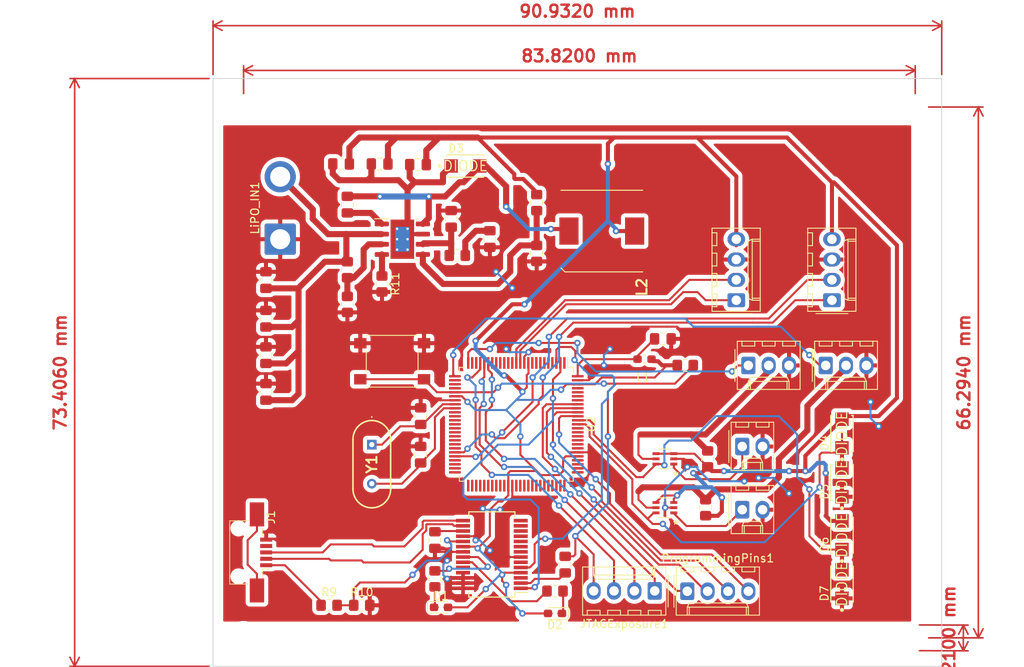
<source format=kicad_pcb>
(kicad_pcb (version 20211014) (generator pcbnew)
  (layers (0 "F.Cu" signal) (31 "B.Cu" signal) (34 "B.Paste" user) (35 "F.Paste" user) (36 "B.SilkS" user "B.Silkscreen") (37 "F.SilkS" user "F.Silkscreen") (38 "B.Mask" user) (39 "F.Mask" user) (44 "Edge.Cuts" user))
  (net 0 "")
  (net 1 "GND")
  (net 2 "Net-(C1-Pad2)")
  (net 3 "/ResetThruUSB")
  (net 4 "Net-(C3-Pad2)")
  (net 5 "Net-(C4-Pad2)")
  (net 6 "Net-(C5-Pad1)")
  (net 7 "Net-(D1-Pad1)")
  (net 8 "+5V")
  (net 9 "Net-(D2-Pad1)")
  (net 10 "Net-(C6-Pad2)")
  (net 11 "Net-(C10-Pad2)")
  (net 12 "Net-(C11-Pad2)")
  (net 13 "Net-(C12-Pad1)")
  (net 14 "/ServoPWM1")
  (net 15 "Net-(M1-Pad2)")
  (net 16 "/ServoPWM2")
  (net 17 "Net-(M2-Pad2)")
  (net 18 "/ODriveUARTTX1")
  (net 19 "/ODriveUARTRX1")
  (net 20 "/ODriveUARTTX2")
  (net 21 "/ODriveUARTRX2")
  (net 22 "Net-(R2-Pad1)")
  (net 23 "Net-(R3-Pad1)")
  (net 24 "/ContDataIn")
  (net 25 "Net-(U2-Pad20)")
  (net 26 "/ContDataOut")
  (net 30 "Net-(U2-Pad21)")
  (net 36 "Net-(U2-Pad22)")
  (net 37 "Net-(U2-Pad93)")
  (net 55 "/ServoCurrent1")
  (net 56 "/ServoCurrent2")
  (net 61 "Net-(C2-Pad2)")
  (net 62 "Net-(C12-Pad2)")
  (net 63 "Net-(C13-Pad1)")
  (net 64 "Net-(R4-Pad2)")
  (net 65 "Net-(R7-Pad2)")
  (net 66 "Net-(Servo1TestConnection1-Pad1)")
  (net 67 "Net-(Servo2TestConnection1-Pad1)")
  (net 68 "Net-(U2-Pad92)")
  (net 69 "Net-(U2-Pad91)")
  (net 76 "Net-(U2-Pad90)")
  (net 77 "Net-(U1-Pad19)")
  (net 108 "Net-(U5-Pad4)")
  (net 118 "unconnected-(U2-Pad76)")
  (net 121 "Net-(R9-Pad1)")
  (net 122 "Net-(U1-Pad16)")
  (net 123 "Net-(U1-Pad15)")
  (net 125 "unconnected-(J1-Pad6)")
  (footprint "Inductor_SMD:L_0603_1608Metric_Pad1.05x0.95mm_HandSolder" (layer "F.Cu") (at 169.418 106.934)
    (fp_text reference "L1")
    (fp_text value "10uH")
  )
  (footprint "MountingHole:MountingHole_3.2mm_M3" (layer "F.Cu") (at 203.2 75.438)
    (fp_text reference "H2" hide)
    (fp_text value "MountingHole")
  )
  (footprint "Capacitor_SMD:C_0805_2012Metric_Pad1.18x1.45mm_HandSolder" (layer "F.Cu") (at 171.704 104.394)
    (fp_text reference "C5" hide)
    (fp_text value "100nF")
  )
  (footprint "Resistor_SMD:R_0805_2012Metric_Pad1.20x1.40mm_HandSolder" (layer "F.Cu") (at 143.256 134.366 -90)
    (fp_text reference "R2" hide)
    (fp_text value "100k")
  )
  (footprint "Package_QFP:TQFP-100_14x14mm_P0.5mm" (layer "F.Cu") (at 153.416 115.062 -90)
    (fp_text reference "U2")
    (fp_text value "ATmega2560-16A")
  )
  (footprint "Connector_Molex:Molex_KK-254_AE-6410-03A_1x03_P2.54mm_Vertical" (layer "F.Cu") (at 192.024 107.716)
    (fp_text reference "M1" hide)
    (fp_text value "Motor_Servo")
  )
  (footprint "Connector_Molex:Molex_KK-254_AE-6410-02A_1x02_P2.54mm_Vertical" (layer "F.Cu") (at 181.61 117.836)
    (fp_text reference "Servo2TestConnection1" hide)
    (fp_text value "Conn_01x02")
  )
  (footprint "Resistor_SMD:R_0805_2012Metric_Pad1.20x1.40mm_HandSolder" (layer "F.Cu") (at 132.334 95.758 -90)
    (fp_text reference "R4" hide)
    (fp_text value "442k")
  )
  (footprint "eec:Vishay-B360A-E3_61T-0-0-0" (layer "F.Cu") (at 194.056 128.9185 90)
    (fp_text reference "D6")
    (fp_text value "DIODE")
  )
  (footprint "Resistor_SMD:R_0805_2012Metric_Pad1.20x1.40mm_HandSolder" (layer "F.Cu") (at 177.292 119.38 90)
    (fp_text reference "Shunt2" hide)
    (fp_text value "2")
  )
  (footprint "Resistor_SMD:R_0805_2012Metric_Pad1.20x1.40mm_HandSolder" (layer "F.Cu") (at 146.05 93.98)
    (fp_text reference "R6" hide)
    (fp_text value "16.9k")
  )
  (footprint "footprints:TSC213ICT" (layer "F.Cu") (at 171.958 125.476 180)
    (fp_text reference "U3" hide)
    (fp_text value "TSC213" hide)
  )
  (footprint "Resistor_SMD:R_0805_2012Metric_Pad1.20x1.40mm_HandSolder" (layer "F.Cu") (at 130.048 137.668)
    (fp_text reference "R9")
    (fp_text value "4700")
  )
  (footprint "Capacitor_SMD:C_0805_2012Metric_Pad1.18x1.45mm_HandSolder" (layer "F.Cu") (at 122.174 111.0195 -90)
    (fp_text reference "C9" hide)
    (fp_text value "2.2uF")
  )
  (footprint "Connector_USB:USB_Mini-B_AdamTech_MUSB-B5-S-VT-TSMT-1_SMD_Vertical" (layer "F.Cu") (at 120.6015 131.064 180)
    (fp_text reference "J1")
    (fp_text value "USB_B_Micro")
  )
  (footprint "Capacitor_SMD:C_0805_2012Metric_Pad1.18x1.45mm_HandSolder" (layer "F.Cu") (at 141.478 114.046 -90)
    (fp_text reference "C4" hide)
    (fp_text value "22pF")
  )
  (footprint "Diode_SMD:D_0603_1608Metric_Pad1.05x0.95mm_HandSolder" (layer "F.Cu") (at 158.242 138.684 180)
    (fp_text reference "D2")
    (fp_text value "BlueLED")
  )
  (footprint "eec:Vishay-B360A-E3_61T-0-0-0" (layer "F.Cu") (at 194.056 122.3145 90)
    (fp_text reference "D5")
    (fp_text value "DIODE")
  )
  (footprint "MountingHole:MountingHole_3.2mm_M3" (layer "F.Cu") (at 119.38 141.732)
    (fp_text reference "H1" hide)
    (fp_text value "MountingHole")
  )
  (footprint "Capacitor_SMD:C_0805_2012Metric_Pad1.18x1.45mm_HandSolder" (layer "F.Cu") (at 159.512 132.588 90)
    (fp_text reference "C2" hide)
    (fp_text value "0.1uf")
  )
  (footprint "Capacitor_SMD:C_0805_2012Metric_Pad1.18x1.45mm_HandSolder" (layer "F.Cu") (at 143.256 129.5185 90)
    (fp_text reference "C1" hide)
    (fp_text value "100nF")
  )
  (footprint "Capacitor_SMD:C_0805_2012Metric_Pad1.18x1.45mm_HandSolder" (layer "F.Cu") (at 141.478 118.856 -90)
    (fp_text reference "C3" hide)
    (fp_text value "22pF")
  )
  (footprint "Connector_Wire:SolderWire-2sqmm_1x02_P7.8mm_D2mm_OD3.9mm" (layer "F.Cu") (at 123.952 91.948 90)
    (fp_text reference "LiPO_IN1")
    (fp_text value "Conn_01x02")
  )
  (footprint "Connector_Molex:Molex_KK-254_AE-6410-03A_1x03_P2.54mm_Vertical" (layer "F.Cu") (at 182.372 107.716)
    (fp_text reference "M2" hide)
    (fp_text value "Motor_Servo")
  )
  (footprint "eec:WE-PDF59" (layer "F.Cu") (at 164.084 90.932 90)
    (fp_text reference "L2")
    (fp_text value "7.2 uH" hide)
  )
  (footprint "Package_SO:SSOP-28_5.3x10.2mm_P0.65mm" (layer "F.Cu") (at 150.368 131.318 180)
    (fp_text reference "U1" hide)
    (fp_text value "FT232RL")
  )
  (footprint "Connector_Molex:Molex_KK-254_AE-6410-04A_1x04_P2.54mm_Vertical" (layer "F.Cu") (at 180.868 99.568 90)
    (fp_text reference "ODriveConnector2" hide)
    (fp_text value "Conn_01x04")
  )
  (footprint "Package_SO:Texas_R-PDSO-G8_EP2.95x4.9mm_Mask2.4x3.1mm_ThermalVias" (layer "F.Cu") (at 139.192 91.948)
    (fp_text reference "U5" hide)
    (fp_text value "TPS54560DDA")
  )
  (footprint "Capacitor_SMD:C_0805_2012Metric_Pad1.18x1.45mm_HandSolder" (layer "F.Cu") (at 150.114 91.9265 90)
    (fp_text reference "C10" hide)
    (fp_text value "4700 pF")
  )
  (footprint "Capacitor_SMD:C_0805_2012Metric_Pad1.18x1.45mm_HandSolder" (layer "F.Cu") (at 136.3605 82.55)
    (fp_text reference "C14" hide)
    (fp_text value "47 pF")
  )
  (footprint "Resistor_SMD:R_0805_2012Metric_Pad1.20x1.40mm_HandSolder" (layer "F.Cu") (at 177.038 125.476 90)
    (fp_text reference "Shunt1" hide)
    (fp_text value "2")
  )
  (footprint "Capacitor_SMD:C_0805_2012Metric_Pad1.18x1.45mm_HandSolder" (layer "F.Cu") (at 132.334 87.63 -90)
    (fp_text reference "C12" hide)
    (fp_text value "0.1 uF")
  )
  (footprint "Button_Switch_SMD:SW_Push_1P1T_NO_6x6mm_H9.5mm" (layer "F.Cu") (at 137.922 107.188)
    (fp_text reference "SW1" hide)
    (fp_text value "ResetButton")
  )
  (footprint "Connector_Molex:Molex_KK-254_AE-6410-02A_1x02_P2.54mm_Vertical" (layer "F.Cu") (at 181.61 125.73)
    (fp_text reference "Servo1TestConnection1" hide)
    (fp_text value "Conn_01x02")
  )
  (footprint "Connector_Molex:Molex_KK-254_AE-6410-04A_1x04_P2.54mm_Vertical" (layer "F.Cu") (at 192.806 99.568 90)
    (fp_text reference "ODriveConnector1" hide)
    (fp_text value "Conn_01x04")
  )
  (footprint "eec:Vishay-B360A-E3_61T-0-0-0" (layer "F.Cu") (at 194.056 135.0145 90)
    (fp_text reference "D7")
    (fp_text value "DIODE")
  )
  (footprint "Connector_Molex:Molex_KK-254_AE-6410-04A_1x04_P2.54mm_Vertical" (layer "F.Cu") (at 174.752 135.91)
    (fp_text reference "ProgrammingPins1")
    (fp_text value "Conn_01x04")
  )
  (footprint "Capacitor_SMD:C_0805_2012Metric_Pad1.18x1.45mm_HandSolder" (layer "F.Cu") (at 122.174 97.0495 -90)
    (fp_text reference "C6" hide)
    (fp_text value "2.2uF")
  )
  (footprint "Resistor_SMD:R_0805_2012Metric_Pad1.20x1.40mm_HandSolder" (layer "F.Cu") (at 174.498 107.696)
    (fp_text reference "R1" hide)
    (fp_text value "10k")
  )
  (footprint "MountingHole:MountingHole_3.2mm_M3" (layer "F.Cu") (at 119.38 75.438)
    (fp_text reference "H4" hide)
    (fp_text value "MountingHole")
  )
  (footprint "Resistor_SMD:R_0805_2012Metric_Pad1.20x1.40mm_HandSolder" (layer "F.Cu") (at 132.334 100.092 -90)
    (fp_text reference "R5" hide)
    (fp_text value "90.9k")
  )
  (footprint "eec:Vishay-B360A-E3_61T-0-0-0" (layer "F.Cu") (at 194.056 116.2185 90)
    (fp_text reference "D4")
    (fp_text value "DIODE")
  )
  (footprint "Capacitor_SMD:C_0805_2012Metric_Pad1.18x1.45mm_HandSolder" (layer "F.Cu") (at 141.1465 82.634)
    (fp_text reference "C13" hide)
    (fp_text value "47 pF")
  )
  (footprint "Capacitor_SMD:C_0805_2012Metric_Pad1.18x1.45mm_HandSolder" (layer "F.Cu") (at 131.5505 82.55)
    (fp_text reference "C15" hide)
    (fp_text value "47 pF")
  )
  (footprint "MountingHole:MountingHole_3.2mm_M3" (layer "F.Cu") (at 203.2 141.732)
    (fp_text reference "H3" hide)
    (fp_text value "MountingHole")
  )
  (footprint "Diode_SMD:D_0603_1608Metric_Pad1.05x0.95mm_HandSolder" (layer "F.Cu") (at 144.018 137.922)
    (fp_text reference "D1")
    (fp_text value "RedLED")
  )
  (footprint "Capacitor_SMD:C_0805_2012Metric_Pad1.18x1.45mm_HandSolder" (layer "F.Cu") (at 122.174 106.426 -90)
    (fp_text reference "C8" hide)
    (fp_text value "2.2uF")
  )
  (footprint "Capacitor_SMD:C_0805_2012Metric_Pad1.18x1.45mm_HandSolder" (layer "F.Cu") (at 122.174 101.8755 -90)
    (fp_text reference "C7" hide)
    (fp_text value "2.2uF")
  )
  (footprint "Connector_Molex:Molex_KK-254_AE-6410-04A_1x04_P2.54mm_Vertical" (layer "F.Cu") (at 170.688 135.87 180)
    (fp_text reference "JTAGExposure1")
    (fp_text value "Conn_01x04")
  )
  (footprint "Resistor_SMD:R_0805_2012Metric_Pad1.20x1.40mm_HandSolder" (layer "F.Cu") (at 155.956 93.726 -90)
    (fp_text reference "R8" hide)
    (fp_text value "10.2k")
  )
  (footprint "Capacitor_SMD:C_0805_2012Metric_Pad1.18x1.45mm_HandSolder" (layer "F.Cu") (at 145.288 89.408 -90)
    (fp_text reference "C11" hide)
    (fp_text value "47 pF")
  )
  (footprint "Resistor_SMD:R_0805_2012Metric_Pad1.20x1.40mm_HandSolder" (layer "F.Cu") (at 134.128 137.668)
    (fp_text reference "R10")
    (fp_text value "10k")
  )
  (footprint "Resistor_SMD:R_0805_2012Metric_Pad1.20x1.40mm_HandSolder" (layer "F.Cu") (at 136.652 97.536 -90)
    (fp_text reference "R11")
    (fp_text value "243k")
  )
  (footprint "Resistor_SMD:R_0805_2012Metric_Pad1.20x1.40mm_HandSolder" (layer "F.Cu") (at 158.242 135.89)
    (fp_text reference "R3" hide)
    (fp_text value "100k")
  )
  (footprint "eec:830058383B" (layer "F.Cu") (at 135.382 117.602 -90)
    (fp_text reference "Y1")
    (fp_text value "16 MHZ Crystal" hide)
  )
  (footprint "footprints:TSC213ICT" (layer "F.Cu") (at 171.958 119.38 180)
    (fp_text reference "U4" hide)
    (fp_text value "TSC213" hide)
  )
  (footprint "Resistor_SMD:R_0805_2012Metric_Pad1.20x1.40mm_HandSolder" (layer "F.Cu") (at 155.956 87.376 -90)
    (fp_text reference "R7" hide)
    (fp_text value "53.6k")
  )
  (footprint "eec:Vishay-B360A-E3_61T-0-0-0" (layer "F.Cu") (at 147.066 82.804)
    (fp_text reference "D3")
    (fp_text value "DIODE")
  )
  (gr_rect (start 115.57 71.882) (end 206.502 145.288) (layer "Edge.Cuts") (width 0.1) (fill none))
  (dimension (type aligned) (layer "F.Cu") (pts (xy 119.38 75.438) (xy 203.2 75.438)) (height -4.572) (gr_text "3.3000 in" (at 161.29 69.066) (layer "F.Cu") (effects (font (size 1.5 1.5) (thickness 0.3)))) (format (units 3) (units_format 1) (precision 4)) (style (thickness 0.2) (arrow_length 1.27) (text_position_mode 0) (extension_height 0.58642) (extension_offset 0.5) keep_text_aligned))
  (dimension (type aligned) (layer "F.Cu") (pts (xy 203.21 140.12) (xy 203.2 143.33)) (height -5.998257) (gr_text "0.1264 in" (at 207.403237 141.738079 89.82150905) (layer "F.Cu") (effects (font (size 1.5 1.5) (thickness 0.3)))) (format (units 3) (units_format 1) (precision 4)) (style (thickness 0.2) (arrow_length 1.27) (text_position_mode 0) (extension_height 0.58642) (extension_offset 0.5) keep_text_aligned))
  (dimension (type aligned) (layer "F.Cu") (pts (xy 115.57 145.288) (xy 115.57 71.882)) (height -17.272) (gr_text "2.8900 in" (at 96.498 108.585 90) (layer "F.Cu") (effects (font (size 1.5 1.5) (thickness 0.3)))) (format (units 3) (units_format 1) (precision 4)) (style (thickness 0.2) (arrow_length 1.27) (text_position_mode 0) (extension_height 0.58642) (extension_offset 0.5) keep_text_aligned))
  (dimension (type aligned) (layer "F.Cu") (pts (xy 115.57 71.882) (xy 206.502 71.882)) (height -6.604) (gr_text "3.5800 in" (at 161.036 63.478) (layer "F.Cu") (effects (font (size 1.5 1.5) (thickness 0.3)))) (format (units 3) (units_format 1) (precision 4)) (style (thickness 0.2) (arrow_length 1.27) (text_position_mode 0) (extension_height 0.58642) (extension_offset 0.5) keep_text_aligned))
  (dimension (type aligned) (layer "F.Cu") (pts (xy 203.2 141.732) (xy 203.2 75.438)) (height 7.874) (gr_text "2.6100 in" (at 209.274 108.585 90) (layer "F.Cu") (effects (font (size 1.5 1.5) (thickness 0.3)))) (format (units 3) (units_format 1) (precision 4)) (style (thickness 0.2) (arrow_length 1.27) (text_position_mode 0) (extension_height 0.58642) (extension_offset 0.5) keep_text_aligned))
  (segment (start 173.482 102.87) (end 173.99 103.378) (width 0.254) (layer "F.Cu") (net 1))
  (segment (start 149.230714 125.597286) (end 148.325 126.503) (width 0.254) (layer "F.Cu") (net 1))
  (segment (start 146.768 129.043) (end 148.325 129.043) (width 0.254) (layer "F.Cu") (net 1))
  (segment (start 152.916 124.198) (end 151.384 125.73) (width 0.254) (layer "F.Cu") (net 1))
  (segment (start 161.0785 118.562) (end 162.504 118.562) (width 0.254) (layer "F.Cu") (net 1))
  (segment (start 154.94 106.069486) (end 154.94 106.0625) (width 0.254) (layer "F.Cu") (net 1))
  (segment (start 154.416 106.593486) (end 154.94 106.069486) (width 0.254) (layer "F.Cu") (net 1))
  (segment (start 153.968 131.643) (end 150.935572 131.643) (width 0.254) (layer "F.Cu") (net 1))
  (segment (start 152.146 104.902) (end 152.654 104.394) (width 0.254) (layer "F.Cu") (net 1))
  (segment (start 172.212 102.87) (end 173.482 102.87) (width 0.254) (layer "F.Cu") (net 1))
  (segment (start 144.963 130.993) (end 144.78 131.176) (width 0.254) (layer "F.Cu") (net 1))
  (segment (start 162.504 118.562) (end 162.56 118.618) (width 0.254) (layer "F.Cu") (net 1))
  (segment (start 182.2805 121.7575) (end 181.864 122.174) (width 0.254) (layer "F.Cu") (net 1))
  (segment (start 144.963 130.993) (end 143.693 130.993) (width 0.254) (layer "F.Cu") (net 1))
  (segment (start 148.325 126.503) (end 148.325 129.043) (width 0.254) (layer "F.Cu") (net 1))
  (segment (start 160.02 118.562) (end 161.0785 118.562) (width 0.254) (layer "F.Cu") (net 1))
  (segment (start 162.472 109.562) (end 164.338 107.696) (width 0.254) (layer "F.Cu") (net 1))
  (segment (start 171.987502 125.476) (end 173.308 125.476) (width 0.254) (layer "F.Cu") (net 1))
  (segment (start 165.1 105.664) (end 167.894 102.87) (width 0.254) (layer "F.Cu") (net 1))
  (segment (start 146.768 130.993) (end 144.963 130.993) (width 0.254) (layer "F.Cu") (net 1))
  (segment (start 161.0785 109.562) (end 162.472 109.562) (width 0.254) (layer "F.Cu") (net 1))
  (segment (start 150.935572 131.643) (end 150.108286 130.815714) (width 0.254) (layer "F.Cu") (net 1))
  (segment (start 143.693 130.993) (end 143.256 130.556) (width 0.254) (layer "F.Cu") (net 1))
  (segment (start 173.308 119.38) (end 174.342 119.38) (width 0.254) (layer "F.Cu") (net 1))
  (segment (start 144.78 134.366) (end 146.645 134.366) (width 0.254) (layer "F.Cu") (net 1))
  (segment (start 154.416 107.3995) (end 154.416 106.593486) (width 0.254) (layer "F.Cu") (net 1))
  (segment (start 152.916 122.7245) (end 152.916 124.198) (width 0.254) (layer "F.Cu") (net 1))
  (segment (start 155.956 94.726) (end 155.956 94.742) (width 0.254) (layer "F.Cu") (net 1))
  (segment (start 152.146 105.664) (end 152.146 104.902) (width 0.254) (layer "F.Cu") (net 1))
  (segment (start 183.642 121.7575) (end 182.2805 121.7575) (width 0.254) (layer "F.Cu") (net 1))
  (segment (start 167.894 102.87) (end 172.212 102.87) (width 0.254) (layer "F.Cu") (net 1))
  (segment (start 146.645 134.366) (end 146.768 134.243) (width 0.254) (layer "F.Cu") (net 1))
  (segment (start 194.056 123.181) (end 194.047 123.181) (width 0.508) (layer "F.Cu") (net 1))
  (segment (start 174.752 119.79) (end 174.752 120.396) (width 0.254) (layer "F.Cu") (net 1))
  (segment (start 148.325 129.043) (end 148.336 129.032) (width 0.254) (layer "F.Cu") (net 1))
  (segment (start 144.78 131.176) (end 144.78 132.08) (width 0.254) (layer "F.Cu") (net 1))
  (segment (start 148.336 129.54) (end 148.336 129.032) (width 0.254) (layer "F.Cu") (net 1))
  (segment (start 174.342 119.38) (end 174.752 119.79) (width 0.254) (layer "F.Cu") (net 1))
  (segment (start 145.7535 112.062) (end 143.304 112.062) (width 0.254) (layer "F.Cu") (net 1))
  (via (at 181.864 122.174) (size 0.8) (drill 0.4) (layers "F.Cu" "B.Cu") (net 1))
  (via (at 144.78 134.366) (size 0.8) (drill 0.4) (layers "F.Cu" "B.Cu") (net 1))
  (via (at 149.230714 125.597286) (size 0.8) (drill 0.4) (layers "F.Cu" "B.Cu") (net 1))
  (via (at 151.384 125.73) (size 0.8) (drill 0.4) (layers "F.Cu" "B.Cu") (net 1))
  (via (at 150.108286 130.815714) (size 0.8) (drill 0.4) (layers "F.Cu" "B.Cu") (net 1))
  (via (at 171.987502 125.476) (size 0.8) (drill 0.4) (layers "F.Cu" "B.Cu") (net 1))
  (via (at 152.146 105.664) (size 0.8) (drill 0.4) (layers "F.Cu" "B.Cu") (net 1))
  (via (at 164.338 107.696) (size 0.8) (drill 0.4) (layers "F.Cu" "B.Cu") (net 1))
  (via (at 150.876 96.012) (size 0.8) (drill 0.4) (layers "F.Cu" "B.Cu") (net 1))
  (via (at 152.908 98.044) (size 0.8) (drill 0.4) (layers "F.Cu" "B.Cu") (net 1))
  (via (at 174.752 120.396) (size 0.8) (drill 0.4) (layers "F.Cu" "B.Cu") (net 1))
  (via (at 183.642 121.7575) (size 0.8) (drill 0.4) (layers "F.Cu" "B.Cu") (net 1))
  (via (at 187.452 123.698) (size 0.8) (drill 0.4) (layers "F.Cu" "B.Cu") (net 1))
  (via (at 165.1 105.664) (size 0.8) (drill 0.4) (layers "F.Cu" "B.Cu") (net 1))
  (via (at 197.612 112.268) (size 0.8) (drill 0.4) (layers "F.Cu" "B.Cu") (net 1))
  (via (at 198.628 115.316) (size 0.8) (drill 0.4) (layers "F.Cu" "B.Cu") (net 1))
  (via (at 148.336 129.54) (size 0.8) (drill 0.4) (layers "F.Cu" "B.Cu") (net 1))
  (via (at 154.94 106.0625) (size 0.8) (drill 0.4) (layers "F.Cu" "B.Cu") (net 1))
  (via (at 144.78 132.08) (size 0.8) (drill 0.4) (layers "F.Cu" "B.Cu") (net 1))
  (segment (start 174.752 120.396) (end 171.987502 123.160498) (width 0.254) (layer "B.Cu") (net 1))
  (segment (start 148.832572 129.54) (end 148.336 129.54) (width 0.254) (layer "B.Cu") (net 1))
  (segment (start 150.108286 130.815714) (end 148.832572 129.54) (width 0.254) (layer "B.Cu") (net 1))
  (segment (start 185.5115 121.7575) (end 183.642 121.7575) (width 0.254) (layer "B.Cu") (net 1))
  (segment (start 144.78 132.08) (end 144.307 132.553) (width 0.254) (layer "B.Cu") (net 1))
  (segment (start 152.5445 106.0625) (end 152.146 105.664) (width 0.254) (layer "B.Cu") (net 1))
  (segment (start 164.338 106.426) (end 165.1 105.664) (width 0.254) (layer "B.Cu") (net 1))
  (segment (start 171.987502 123.160498) (end 171.987502 125.476) (width 0.254) (layer "B.Cu") (net 1))
  (segment (start 176.022 120.637866) (end 176.022 120.396) (width 0.254) (layer "B.Cu") (net 1))
  (segment (start 164.338 107.696) (end 164.338 106.426) (width 0.254) (layer "B.Cu") (net 1))
  (segment (start 151.384 125.73) (end 149.363428 125.73) (width 0.254) (layer "B.Cu") (net 1))
  (segment (start 176.022 120.396) (end 174.752 120.396) (width 0.254) (layer "B.Cu") (net 1))
  (segment (start 144.307 133.893) (end 144.78 134.366) (width 0.254) (layer "B.Cu") (net 1))
  (segment (start 181.864 122.174) (end 177.558134 122.174) (width 0.254) (layer "B.Cu") (net 1))
  (segment (start 197.612 114.3) (end 197.612 112.268) (width 0.254) (layer "B.Cu") (net 1))
  (segment (start 150.876 96.012) (end 152.908 98.044) (width 0.254) (layer "B.Cu") (net 1))
  (segment (start 154.94 106.0625) (end 152.5445 106.0625) (width 0.254) (layer "B.Cu") (net 1))
  (segment (start 177.558134 122.174) (end 176.022 120.637866) (width 0.254) (layer "B.Cu") (net 1))
  (segment (start 187.452 123.698) (end 185.5115 121.7575) (width 0.254) (layer "B.Cu") (net 1))
  (segment (start 144.307 132.553) (end 144.307 133.893) (width 0.254) (layer "B.Cu") (net 1))
  (segment (start 149.363428 125.73) (end 149.230714 125.597286) (width 0.254) (layer "B.Cu") (net 1))
  (segment (start 198.628 115.316) (end 197.612 114.3) (width 0.254) (layer "B.Cu") (net 1))
  (segment (start 146.768 128.393) (end 143.344 128.393) (width 0.254) (layer "F.Cu") (net 2))
  (segment (start 143.344 128.393) (end 143.256 128.481) (width 0.254) (layer "F.Cu") (net 2))
  (segment (start 155.1965 134.893) (end 155.7235 134.366) (width 0.254) (layer "F.Cu") (net 3))
  (segment (start 155.7235 134.366) (end 158.7715 134.366) (width 0.254) (layer "F.Cu") (net 3))
  (segment (start 153.968 134.893) (end 155.1965 134.893) (width 0.254) (layer "F.Cu") (net 3))
  (segment (start 158.7715 134.366) (end 159.512 133.6255) (width 0.254) (layer "F.Cu") (net 3))
  (segment (start 143.256 118.1155) (end 143.256 114.180052) (width 0.254) (layer "F.Cu") (net 4))
  (segment (start 141.4725 119.888) (end 141.478 119.8935) (width 0.254) (layer "F.Cu") (net 4))
  (segment (start 139.138 122.482) (end 135.382 122.482) (width 0.254) (layer "F.Cu") (net 4))
  (segment (start 141.478 119.8935) (end 141.478 120.142) (width 0.254) (layer "F.Cu") (net 4))
  (segment (start 141.478 119.8935) (end 143.256 118.1155) (width 0.254) (layer "F.Cu") (net 4))
  (segment (start 144.374052 113.062) (end 145.7535 113.062) (width 0.254) (layer "F.Cu") (net 4))
  (segment (start 141.478 120.142) (end 139.138 122.482) (width 0.254) (layer "F.Cu") (net 4))
  (segment (start 143.256 114.180052) (end 144.374052 113.062) (width 0.254) (layer "F.Cu") (net 4))
  (segment (start 141.2455 115.316) (end 141.478 115.0835) (width 0.254) (layer "F.Cu") (net 5))
  (segment (start 141.710499 115.0835) (end 144.231999 112.562) (width 0.254) (layer "F.Cu") (net 5))
  (segment (start 144.231999 112.562) (end 145.7535 112.562) (width 0.254) (layer "F.Cu") (net 5))
  (segment (start 138.938 115.316) (end 136.652 117.602) (width 0.254) (layer "F.Cu") (net 5))
  (segment (start 138.938 115.316) (end 141.2455 115.316) (width 0.254) (layer "F.Cu") (net 5))
  (segment (start 136.652 117.602) (end 135.382 117.602) (width 0.254) (layer "F.Cu") (net 5))
  (segment (start 161.798 106.934) (end 168.543 106.934) (width 0.254) (layer "F.Cu") (net 6))
  (segment (start 161.0785 107.6535) (end 161.798 106.934) (width 0.254) (layer "F.Cu") (net 6))
  (segment (start 161.0785 109.062) (end 161.0785 107.6535) (width 0.254) (layer "F.Cu") (net 6))
  (segment (start 170.6665 104.394) (end 168.543 106.5175) (width 0.254) (layer "F.Cu") (net 6))
  (segment (start 168.543 106.5175) (end 168.543 106.934) (width 0.254) (layer "F.Cu") (net 6))
  (segment (start 143.256 137.5675) (end 143.6105 137.922) (width 0.254) (layer "F.Cu") (net 7))
  (segment (start 143.256 135.366) (end 143.256 137.5675) (width 0.254) (layer "F.Cu") (net 7))
  (segment (start 189.484 119.0005) (end 194.056 114.4285) (width 0.508) (layer "F.Cu") (net 8))
  (segment (start 152.416 122.7245) (end 152.416 121.142) (width 0.254) (layer "F.Cu") (net 8))
  (segment (start 170.84675 118.730001) (end 173.06925 118.730001) (width 0.254) (layer "F.Cu") (net 8))
  (segment (start 192.6605 127.1285) (end 194.056 127.1285) (width 0.508) (layer "F.Cu") (net 8))
  (segment (start 200.914 111.76) (end 198.637 114.037) (width 0.508) (layer "F.Cu") (net 8))
  (segment (start 154.432 100.076) (end 152.908 100.076) (width 0.508) (layer "F.Cu") (net 8))
  (segment (start 152.146 108.966) (end 154.178 110.998) (width 0.508) (layer "F.Cu") (net 8))
  (segment (start 177.054 126.492) (end 177.038 126.476) (width 0.508) (layer "F.Cu") (net 8))
  (segment (start 142.184 80.828) (end 143.764 79.248) (width 0.762) (layer "F.Cu") (net 8))
  (segment (start 179.07 125.984) (end 178.562 126.492) (width 0.508) (layer "F.Cu") (net 8))
  (segment (start 154.178 110.998) (end 154.721 110.455) (width 0.254) (layer "F.Cu") (net 8))
  (segment (start 151.638 124.714) (end 152.416 123.936) (width 0.254) (layer "F.Cu") (net 8))
  (segment (start 175.514 121.158) (end 176.514 121.158) (width 0.508) (layer "F.Cu") (net 8))
  (segment (start 173.498 107.696) (end 172.212 107.696) (width 0.508) (layer "F.Cu") (net 8))
  (segment (start 192.806 84.856) (end 193.06 84.856) (width 0.508) (layer "F.Cu") (net 8))
  (segment (start 154.721 110.455) (end 154.721 108.918866) (width 0.254) (layer "F.Cu") (net 8))
  (segment (start 152.416 123.936) (end 152.416 122.7245) (width 0.254) (layer "F.Cu") (net 8))
  (segment (start 150.114 80.772) (end 151.384 82.042) (width 0.508) (layer "F.Cu") (net 8))
  (segment (start 148.59 79.248) (end 165.608 79.248) (width 0.508) (layer "F.Cu") (net 8))
  (segment (start 192.116 121.25) (end 192.116 126.4) (width 0.508) (layer "F.Cu") (net 8))
  (segment (start 151.638 133.858) (end 151.903 133.593) (width 0.254) (layer "F.Cu") (net 8))
  (segment (start 150.114 125.73) (end 151.13 124.714) (width 0.254) (layer "F.Cu") (net 8))
  (segment (start 170.547 107.188) (end 170.293 106.934) (width 0.508) (layer "F.Cu") (net 8))
  (segment (start 173.06925 124.36475) (end 173.482 123.952) (width 0.254) (layer "F.Cu") (net 8))
  (segment (start 164.846 80.01) (end 164.846 82.55) (width 0.508) (layer "F.Cu") (net 8))
  (segment (start 192.024 121.158) (end 192.116 121.25) (width 0.508) (layer "F.Cu") (net 8))
  (segment (start 151.384 82.042) (end 153.162 83.82) (width 0.508) (layer "F.Cu") (net 8))
  (segment (start 151.638 133.858) (end 151.638 134.62) (width 0.254) (layer "F.Cu") (net 8))
  (segment (start 192.116 126.4) (end 192.024 126.492) (width 0.508) (layer "F.Cu") (net 8))
  (segment (start 189.484 120.904) (end 187.452 120.904) (width 0.508) (layer "F.Cu") (net 8))
  (segment (start 177.816 120.904) (end 177.292 120.38) (width 0.508) (layer "F.Cu") (net 8))
  (segment (start 176.022 79.248) (end 180.868 84.094) (width 0.508) (layer "F.Cu") (net 8))
  (segment (start 155.956 86.106) (end 155.956 86.376) (width 0.508) (layer "F.Cu") (net 8))
  (segment (start 137.398 82.55) (end 137.398 80.28) (width 0.762) (layer "F.Cu") (net 8))
  (segment (start 159.686 110.062) (end 161.0785 110.062) (width 0.254) (layer "F.Cu") (net 8))
  (segment (start 143.764 79.248) (end 148.59 79.248) (width 0.762) (layer "F.Cu") (net 8))
  (segment (start 159.576 119.062) (end 161.0785 119.062) (width 0.254) (layer "F.Cu") (net 8))
  (segment (start 154.933933 108.705933) (end 154.933933 107.417433) (width 0.254) (layer "F.Cu") (net 8))
  (segment (start 157.8345 138.684) (end 154.178 138.684) (width 0.254) (layer "F.Cu") (net 8))
  (segment (start 159.258 120.904) (end 159.258 119.38) (width 0.254) (layer "F.Cu") (net 8))
  (segment (start 151.892 108.966) (end 152.146 108.966) (width 0.508) (layer "F.Cu") (net 8))
  (segment (start 150.114 129.032) (end 150.114 125.73) (width 0.254) (layer "F.Cu") (net 8))
  (segment (start 175.642001 118.730001) (end 177.292 120.38) (width 0.254) (layer "F.Cu") (net 8))
  (segment (start 164.071866 109.22) (end 170.688 109.22) (width 0.254) (layer "F.Cu") (net 8))
  (segment (start 170.688 109.22) (end 172.212 107.696) (width 0.254) (layer "F.Cu") (net 8))
  (segment (start 165.608 79.248) (end 164.846 80.01) (width 0.508) (layer "F.Cu") (net 8))
  (segment (start 165.862 90.932) (end 168.184 90.932) (width 0.508) (layer "F.Cu") (net 8))
  (segment (start 133.858 79.248) (end 138.43 79.248) (width 0.762) (layer "F.Cu") (net 8))
  (segment (start 148.59 130.556) (end 150.114 129.032) (width 0.254) (layer "F.Cu") (net 8))
  (segment (start 173.06925 118.730001) (end 175.642001 118.730001) (width 0.254) (layer "F.Cu") (net 8))
  (segment (start 144.4255 137.922) (end 147.32 137.922) (width 0.254) (layer "F.Cu") (net 8))
  (segment (start 173.06925 124.826001) (end 173.06925 124.36475) (width 0.254) (layer "F.Cu") (net 8))
  (segment (start 171.704 123.952) (end 173.482 123.952) (width 0.254) (layer "F.Cu") (net 8))
  (segment (start 179.07 124.206) (end 179.07 125.984) (width 0.508) (layer "F.Cu") (net 8))
  (segment (start 153.162 83.82) (end 153.162 84.328) (width 0.508) (layer "F.Cu") (net 8))
  (segment (start 132.588 80.518) (end 133.858 79.248) (width 0.762) (layer "F.Cu") (net 8))
  (segment (start 159.258 119.38) (end 159.576 119.062) (width 0.254) (layer "F.Cu") (net 8))
  (segment (start 148.377 130.343) (end 148.59 130.556) (width 0.254) (layer "F.Cu") (net 8))
  (segment (start 179.324 120.904) (end 177.816 120.904) (width 0.508) (layer "F.Cu") (net 8))
  (segment (start 178.562 126.492) (end 177.054 126.492) (width 0.508) (layer "F.Cu") (net 8))
  (segment (start 176.514 121.158) (end 177.292 120.38) (width 0.508) (layer "F.Cu") (net 8))
  (segment (start 192.024 126.492) (end 192.6605 127.1285) (width 0.508) (layer "F.Cu") (net 8))
  (segment (start 193.06 84.856) (end 200.914 92.71) (width 0.508) (layer "F.Cu") (net 8))
  (segment (start 146.614 111.562) (end 147.32 112.268) (width 0.254) (layer "F.Cu") (net 8))
  (segment (start 165.608 79.248) (end 176.022 79.248) (width 0.508) (layer "F.Cu") (net 8))
  (segment (start 170.84675 124.80925) (end 171.704 123.952) (width 0.254) (layer "F.Cu") (net 8))
  (segment (start 151.903 133.593) (end 153.968 133.593) (width 0.254) (layer "F.Cu") (net 8))
  (segment (start 150.114 80.772) (end 148.59 79.248) (width 0.508) (layer "F.Cu") (net 8))
  (segment (start 189.484 120.904) (end 189.484 119.0005) (width 0.508) (layer "F.Cu") (net 8))
  (segment (start 155.956 120.904) (end 153.924 118.872) (width 0.254) (layer "F.Cu") (net 8))
  (segment (start 142.184 82.634) (end 142.184 80.828) (width 0.762) (layer "F.Cu") (net 8))
  (segment (start 156.464 121.412) (end 158.75 121.412) (width 0.254) (layer "F.Cu") (net 8))
  (segment (start 153.924 118.872) (end 153.924 116.586) (width 0.254) (layer "F.Cu") (net 8))
  (segment (start 138.43 79.248) (end 143.764 79.248) (width 0.762) (layer "F.Cu") (net 8))
  (segment (start 154.933933 107.417433) (end 154.916 107.3995) (width 0.254) (layer "F.Cu") (net 8))
  (segment (start 155.956 120.904) (end 156.464 121.412) (width 0.254) (layer "F.Cu") (net 8))
  (segment (start 171.6035 107.696) (end 171.0955 107.188) (width 0.508) (layer "F.Cu") (net 8))
  (segment (start 159.004 110.744) (end 159.686 110.062) (width 0.254) (layer "F.Cu") (net 8))
  (segment (start 198.637 114.037) (end 194.056 114.037) (width 0.508) (layer "F.Cu") (net 8))
  (segment (start 176.022 79.248) (end 187.198 79.248) (width 0.508) (layer "F.Cu") (net 8))
  (segment (start 147.32 137.922) (end 149.606 135.636) (width 0.254) (layer "F.Cu") (net 8))
  (segment (start 153.2625 84.4285) (end 154.2785 84.4285) (width 0.508) (layer "F.Cu") (net 8))
  (segment (start 163.229866 110.062) (end 164.071866 109.22) (width 0.254) (layer "F.Cu") (net 8))
  (segment (start 161.0785 110.062) (end 163.229866 110.062) (width 0.254) (layer "F.Cu") (net 8))
  (segment (start 146.768 130.343) (end 148.377 130.343) (width 0.254) (layer "F.Cu") (net 8))
  (segment (start 154.2785 84.4285) (end 155.956 86.106) (width 0.508) (layer "F.Cu") (net 8))
  (segment (start 172.212 107.696) (end 171.6035 107.696) (width 0.508) (layer "F.Cu") (net 8))
  (segment (start 171.0955 107.188) (end 170.547 107.188) (width 0.508) (layer "F.Cu") (net 8))
  (segment (start 137.398 80.28) (end 138.43 79.248) (width 0.762) (layer "F.Cu") (net 8))
  (segment (start 192.806 84.856) (end 192.806 92.202) (width 0.508) (layer "F.Cu") (net 8))
  (segment (start 200.914 92.71) (end 200.914 111.76) (width 0.508) (layer "F.Cu") (net 8))
  (segment (start 153.162 84.328) (end 153.2625 84.4285) (width 0.508) (layer "F.Cu") (net 8))
  (segment (start 151.638 134.62) (end 152.146 135.128) (width 0.254) (layer "F.Cu") (net 8))
  (segment (start 151.13 124.714) (end 151.638 124.714) (width 0.254) (layer "F.Cu") (net 8))
  (segment (start 152.654 120.904) (end 155.956 120.904) (width 0.254) (layer "F.Cu") (net 8))
  (segment (start 158.75 121.412) (end 159.258 120.904) (width 0.254) (layer "F.Cu") (net 8))
  (segment (start 152.416 121.142) (end 152.654 120.904) (width 0.254) (layer "F.Cu") (net 8))
  (segment (start 180.868 84.094) (end 180.868 92.71) (width 0.508) (layer "F.Cu") (net 8))
  (segment (start 152.908 100.076) (end 148.336 104.648) (width 0.508) (layer "F.Cu") (net 8))
  (segment (start 187.198 79.248) (end 192.806 84.856) (width 0.508) (layer "F.Cu") (net 8))
  (segment (start 170.84675 124.826001) (end 170.84675 124.80925) (width 0.254) (layer "F.Cu") (net 8))
  (segment (start 132.588 82.55) (end 132.588 80.518) (width 0.762) (layer "F.Cu") (net 8))
  (segment (start 154.721 108.918866) (end 154.933933 108.705933) (width 0.254) (layer "F.Cu") (net 8))
  (segment (start 145.7535 111.562) (end 146.614 111.562) (width 0.254) (layer "F.Cu") (net 8))
  (via (at 192.024 121.158) (size 0.8) (drill 0.4) (layers "F.Cu" "B.Cu") (net 8))
  (via (at 152.146 135.128) (size 0.8) (drill 0.4) (layers "F.Cu" "B.Cu") (net 8))
  (via (at 189.484 120.904) (size 0.8) (drill 0.4) (layers "F.Cu" "B.Cu") (net 8))
  (via (at 154.432 100.076) (size 0.8) (drill 0.4) (layers "F.Cu" "B.Cu") (net 8))
  (via (at 154.178 138.684) (size 0.8) (drill 0.4) (layers "F.Cu" "B.Cu") (net 8))
  (via (at 149.606 135.636) (size 0.8) (drill 0.4) (layers "F.Cu" "B.Cu") (net 8))
  (via (at 154.178 110.998) (size 0.8) (drill 0.4) (layers "F.Cu" "B.Cu") (net 8))
  (via (at 151.892 108.966) (size 0.8) (drill 0.4) (layers "F.Cu" "B.Cu") (net 8))
  (via (at 165.862 90.932) (size 0.8) (drill 0.4) (layers "F.Cu" "B.Cu") (net 8))
  (via (at 164.846 82.55) (size 0.8) (drill 0.4) (layers "F.Cu" "B.Cu") (net 8))
  (via (at 179.07 124.206) (size 0.8) (drill 0.4) (layers "F.Cu" "B.Cu") (net 8))
  (via (at 179.324 120.904) (size 0.8) (drill 0.4) (layers "F.Cu" "B.Cu") (net 8))
  (via (at 159.004 110.744) (size 0.8) (drill 0.4) (layers "F.Cu" "B.Cu") (net 8))
  (via (at 151.638 133.858) (size 0.8) (drill 0.4) (layers "F.Cu" "B.Cu") (net 8))
  (via (at 147.32 112.268) (size 0.8) (drill 0.4) (layers "F.Cu" "B.Cu") (net 8))
  (via (at 148.59 130.556) (size 0.8) (drill 0.4) (layers "F.Cu" "B.Cu") (net 8))
  (via (at 173.482 123.952) (size 0.8) (drill 0.4) (layers "F.Cu" "B.Cu") (net 8))
  (via (at 187.452 120.904) (size 0.8) (drill 0.4) (layers "F.Cu" "B.Cu") (net 8))
  (via (at 153.924 116.586) (size 0.8) (drill 0.4) (layers "F.Cu" "B.Cu") (net 8))
  (via (at 148.336 104.648) (size 0.8) (drill 0.4) (layers "F.Cu" "B.Cu") (net 8))
  (via (at 175.514 121.158) (size 0.8) (drill 0.4) (layers "F.Cu" "B.Cu") (net 8))
  (segment (start 175.514 121.158) (end 177.038 122.682) (width 0.508) (layer "B.Cu") (net 8))
  (segment (start 165.862 90.678) (end 165.862 90.932) (width 0.508) (layer "B.Cu") (net 8))
  (segment (start 151.638 108.966) (end 151.892 108.966) (width 0.508) (layer "B.Cu") (net 8))
  (segment (start 177.038 122.936) (end 177.546 122.936) (width 0.508) (layer "B.Cu") (net 8))
  (segment (start 189.992 120.904) (end 191.008 119.888) (width 0.508) (layer "B.Cu") (net 8))
  (segment (start 191.008 119.888) (end 191.77 119.888) (width 0.508) (layer "B.Cu") (net 8))
  (segment (start 148.336 105.664) (end 151.638 108.966) (width 0.508) (layer "B.Cu") (net 8))
  (segment (start 152.146 136.652) (end 154.178 138.684) (width 0.254) (layer "B.Cu") (net 8))
  (segment (start 187.452 120.904) (end 179.324 120.904) (width 0.508) (layer "B.Cu") (net 8))
  (segment (start 177.546 122.936) (end 177.8 122.936) (width 0.508) (layer "B.Cu") (net 8))
  (segment (start 148.336 104.648) (end 148.336 105.664) (width 0.508) (layer "B.Cu") (net 8))
  (segment (start 152.146 135.128) (end 152.146 136.652) (width 0.254) (layer "B.Cu") (net 8))
  (segment (start 189.484 120.904) (end 189.992 120.904) (width 0.508) (layer "B.Cu") (net 8))
  (segment (start 152.146 113.284) (end 153.416 112.014) (width 0.254) (layer "B.Cu") (net 8))
  (segment (start 154.178 111.252) (end 154.178 110.998) (width 0.254) (layer "B.Cu") (net 8))
  (segment (start 153.924 115.062) (end 152.146 113.284) (width 0.254) (layer "B.Cu") (net 8))
  (segment (start 164.846 89.662) (end 165.862 90.678) (width 0.508) (layer "B.Cu") (net 8))
  (segment (start 151.384 133.858) (end 151.638 133.858) (width 0.254) (layer "B.Cu") (net 8))
  (segment (start 147.32 112.268) (end 148.336 113.284) (width 0.254) (layer "B.Cu") (net 8))
  (segment (start 153.924 116.586) (end 153.924 115.062) (width 0.254) (layer "B.Cu") (net 8))
  (segment (start 177.038 122.682) (end 177.038 122.936) (width 0.508) (layer "B.Cu") (net 8))
  (segment (start 148.336 113.284) (end 152.146 113.284) (width 0.254) (layer "B.Cu") (net 8))
  (segment (start 153.416 112.014) (end 154.178 111.252) (width 0.254) (layer "B.Cu") (net 8))
  (segment (start 164.846 82.55) (end 164.846 89.662) (width 0.508) (layer "B.Cu") (net 8))
  (segment (start 192.024 120.142) (end 192.024 121.158) (width 0.508) (layer "B.Cu") (net 8))
  (segment (start 151.638 133.604) (end 151.638 133.858) (width 0.254) (layer "B.Cu") (net 8))
  (segment (start 191.77 119.888) (end 192.024 120.142) (width 0.508) (layer "B.Cu") (net 8))
  (segment (start 148.59 130.556) (end 151.638 133.604) (width 0.254) (layer "B.Cu") (net 8))
  (segment (start 164.846 89.662) (end 154.432 100.076) (width 0.508) (layer "B.Cu") (net 8))
  (segment (start 157.734 110.744) (end 159.004 110.744) (width 0.254) (layer "B.Cu") (net 8))
  (segment (start 149.606 135.636) (end 151.384 133.858) (width 0.254) (layer "B.Cu") (net 8))
  (segment (start 177.8 122.936) (end 179.07 124.206) (width 0.508) (layer "B.Cu") (net 8))
  (segment (start 156.464 112.014) (end 153.416 112.014) (width 0.254) (layer "B.Cu") (net 8))
  (segment (start 174.498 122.936) (end 177.038 122.936) (width 0.508) (layer "B.Cu") (net 8))
  (segment (start 157.734 110.744) (end 156.464 112.014) (width 0.254) (layer "B.Cu") (net 8))
  (segment (start 173.482 123.952) (end 174.498 122.936) (width 0.508) (layer "B.Cu") (net 8))
  (segment (start 159.258 138.43) (end 159.258 135.906) (width 0.254) (layer "F.Cu") (net 9))
  (segment (start 158.6495 138.684) (end 159.004 138.684) (width 0.254) (layer "F.Cu") (net 9))
  (segment (start 159.004 138.684) (end 159.258 138.43) (width 0.254) (layer "F.Cu") (net 9))
  (segment (start 159.258 135.906) (end 159.242 135.89) (width 0.254) (layer "F.Cu") (net 9))
  (segment (start 126.238 111.252) (end 126.238 105.918) (width 0.762) (layer "F.Cu") (net 10))
  (segment (start 128.016 89.408) (end 129.921 91.313) (width 0.762) (layer "F.Cu") (net 10))
  (segment (start 122.174 102.913) (end 125.433 102.913) (width 0.762) (layer "F.Cu") (net 10))
  (segment (start 125.433 112.057) (end 126.238 111.252) (width 0.762) (layer "F.Cu") (net 10))
  (segment (start 126.238 98.13) (end 126.195 98.087) (width 0.762) (layer "F.Cu") (net 10))
  (segment (start 124.6925 107.4635) (end 126.238 105.918) (width 0.762) (layer "F.Cu") (net 10))
  (segment (start 129.921 91.313) (end 132.207 91.313) (width 0.762) (layer "F.Cu") (net 10))
  (segment (start 122.174 107.4635) (end 124.6925 107.4635) (width 0.762) (layer "F.Cu") (net 10))
  (segment (start 126.238 105.918) (end 126.238 102.108) (width 0.762) (layer "F.Cu") (net 10))
  (segment (start 126.238 102.108) (end 126.238 98.13) (width 0.762) (layer "F.Cu") (net 10))
  (segment (start 129.524 94.758) (end 132.334 94.758) (width 0.762) (layer "F.Cu") (net 10))
  (segment (start 122.174 112.057) (end 125.433 112.057) (width 0.762) (layer "F.Cu") (net 10))
  (segment (start 122.174 98.087) (end 126.195 98.087) (width 0.762) (layer "F.Cu") (net 10))
  (segment (start 125.433 102.913) (end 126.238 102.108) (width 0.762) (layer "F.Cu") (net 10))
  (segment (start 132.207 91.313) (end 132.207 94.631) (width 0.762) (layer "F.Cu") (net 10))
  (segment (start 132.207 94.631) (end 132.334 94.758) (width 0.762) (layer "F.Cu") (net 10))
  (segment (start 128.016 89.408) (end 128.016 88.212) (width 0.762) (layer "F.Cu") (net 10))
  (segment (start 126.195 98.087) (end 129.524 94.758) (width 0.762) (layer "F.Cu") (net 10))
  (segment (start 132.207 91.313) (end 136.6295 91.313) (width 0.762) (layer "F.Cu") (net 10))
  (segment (start 128.016 88.212) (end 123.952 84.148) (width 0.762) (layer "F.Cu") (net 10))
  (segment (start 147.05 93.98) (end 147.05 92.218) (width 0.762) (layer "F.Cu") (net 11))
  (segment (start 148.379 90.889) (end 150.114 90.889) (width 0.762) (layer "F.Cu") (net 11))
  (segment (start 147.05 92.218) (end 148.379 90.889) (width 0.762) (layer "F.Cu") (net 11))
  (segment (start 145.288 92.456) (end 141.8815 92.456) (width 0.762) (layer "F.Cu") (net 12))
  (segment (start 141.8815 92.456) (end 141.7545 92.583) (width 0.762) (layer "F.Cu") (net 12))
  (segment (start 145.288 93.742) (end 145.05 93.98) (width 0.762) (layer "F.Cu") (net 12))
  (segment (start 145.288 90.4455) (end 145.288 92.456) (width 0.762) (layer "F.Cu") (net 12))
  (segment (start 145.288 92.456) (end 145.288 93.742) (width 0.762) (layer "F.Cu") (net 12))
  (segment (start 148.856 82.804) (end 149.606 82.804) (width 0.762) (layer "F.Cu") (net 13))
  (segment (start 142.494 86.614) (end 142.494 89.3035) (width 0.762) (layer "F.Cu") (net 13))
  (segment (start 149.606 82.804) (end 152.146 85.344) (width 0.762) (layer "F.Cu") (net 13))
  (segment (start 136.3765 86.5925) (end 136.398 86.614) (width 0.762) (layer "F.Cu") (net 13))
  (segment (start 142.494 89.3035) (end 141.7545 90.043) (width 0.762) (layer "F.Cu") (net 13))
  (segment (start 152.146 85.344) (end 152.146 87.884) (width 0.762) (layer "F.Cu") (net 13))
  (segment (start 157.734 90.678) (end 159.73 90.678) (width 0.508) (layer "F.Cu") (net 13))
  (segment (start 132.334 86.5925) (end 136.3765 86.5925) (width 0.762) (layer "F.Cu") (net 13))
  (segment (start 142.494 86.614) (end 144.535 86.614) (width 0.762) (layer "F.Cu") (net 13))
  (segment (start 144.535 86.614) (end 146.313 84.836) (width 0.762) (layer "F.Cu") (net 13))
  (segment (start 146.313 84.836) (end 146.824 84.836) (width 0.762) (layer "F.Cu") (net 13))
  (segment (start 146.824 84.836) (end 148.856 82.804) (width 0.762) (layer "F.Cu") (net 13))
  (segment (start 159.73 90.678) (end 159.984 90.932) (width 0.508) (layer "F.Cu") (net 13))
  (via (at 152.146 87.884) (size 0.8) (drill 0.4) (layers "F.Cu" "B.Cu") (net 13))
  (via (at 136.398 86.614) (size 0.8) (drill 0.4) (layers "F.Cu" "B.Cu") (net 13))
  (via (at 142.494 86.614) (size 0.8) (drill 0.4) (layers "F.Cu" "B.Cu") (net 13))
  (via (at 157.734 90.678) (size 0.8) (drill 0.4) (layers "F.Cu" "B.Cu") (net 13))
  (segment (start 154.94 90.678) (end 157.734 90.678) (width 0.508) (layer "B.Cu") (net 13))
  (segment (start 152.146 87.884) (end 154.94 90.678) (width 0.508) (layer "B.Cu") (net 13))
  (segment (start 136.398 86.614) (end 142.494 86.614) (width 0.762) (layer "B.Cu") (net 13))
  (segment (start 191.282 107.716) (end 189.992 106.426) (width 0.254) (layer "F.Cu") (net 14))
  (segment (start 145.542 108.8505) (end 145.7535 109.062) (width 0.254) (layer "F.Cu") (net 14))
  (segment (start 192.024 107.716) (end 191.282 107.716) (width 0.254) (layer "F.Cu") (net 14))
  (segment (start 145.542 106.426) (end 145.542 108.8505) (width 0.254) (layer "F.Cu") (net 14))
  (via (at 145.542 106.426) (size 0.8) (drill 0.4) (layers "F.Cu" "B.Cu") (net 14))
  (via (at 189.992 106.426) (size 0.8) (drill 0.4) (layers "F.Cu" "B.Cu") (net 14))
  (segment (start 175.514 102.87) (end 174.498 101.854) (width 0.254) (layer "B.Cu") (net 14))
  (segment (start 175.768 102.87) (end 175.514 102.87) (width 0.254) (layer "B.Cu") (net 14))
  (segment (start 189.992 106.426) (end 186.436 102.87) (width 0.254) (layer "B.Cu") (net 14))
  (segment (start 149.606 101.854) (end 147.574 103.886) (width 0.254) (layer "B.Cu") (net 14))
  (segment (start 145.542 105.918) (end 145.542 106.426) (width 0.254) (layer "B.Cu") (net 14))
  (segment (start 147.574 103.886) (end 145.542 105.918) (width 0.254) (layer "B.Cu") (net 14))
  (segment (start 186.436 102.87) (end 175.768 102.87) (width 0.254) (layer "B.Cu") (net 14))
  (segment (start 174.498 101.854) (end 149.606 101.854) (width 0.254) (layer "B.Cu") (net 14))
  (segment (start 168.656 124.46) (end 168.656 123.444) (width 0.254) (layer "F.Cu") (net 15))
  (segment (start 186.182 121.666) (end 184.658 123.19) (width 0.762) (layer "F.Cu") (net 15))
  (segment (start 170.84675 125.476) (end 169.672 125.476) (width 0.254) (layer "F.Cu") (net 15))
  (segment (start 194.564 107.716) (end 194.564 107.941) (width 0.762) (layer "F.Cu") (net 15))
  (segment (start 169.164 122.936) (end 175.498 122.936) (width 0.762) (layer "F.Cu") (net 15))
  (segment (start 175.498 122.936) (end 177.038 124.476) (width 0.762) (layer "F.Cu") (net 15))
  (segment (start 189.738 112.767) (end 189.738 115.824) (width 0.762) (layer "F.Cu") (net 15))
  (segment (start 189.738 115.824) (end 186.182 119.38) (width 0.762) (layer "F.Cu") (net 15))
  (segment (start 169.672 125.476) (end 168.656 124.46) (width 0.254) (layer "F.Cu") (net 15))
  (segment (start 178.324 123.19) (end 177.038 124.476) (width 0.762) (layer "F.Cu") (net 15))
  (segment (start 186.182 119.38) (end 186.182 121.666) (width 0.762) (layer "F.Cu") (net 15))
  (segment (start 184.658 123.19) (end 178.324 123.19) (width 0.762) (layer "F.Cu") (net 15))
  (segment (start 194.564 107.941) (end 189.738 112.767) (width 0.762) (layer "F.Cu") (net 15))
  (segment (start 168.656 123.444) (end 169.164 122.936) (width 0.762) (layer "F.Cu") (net 15))
  (segment (start 182.372 107.716) (end 181.082 107.716) (width 0.254) (layer "F.Cu") (net 16))
  (segment (start 156.21 104.902) (end 161.036 104.902) (width 0.254) (layer "F.Cu") (net 16))
  (segment (start 150.114 105.664) (end 147.828 105.664) (width 0.254) (layer "F.Cu") (net 16))
  (segment (start 181.082 107.716) (end 180.34 108.458) (width 0.254) (layer "F.Cu") (net 16))
  (segment (start 147.416 106.076) (end 147.416 107.3995) (width 0.254) (layer "F.Cu") (net 16))
  (segment (start 147.828 105.664) (end 147.416 106.076) (width 0.254) (layer "F.Cu") (net 16))
  (via (at 150.114 105.664) (size 0.8) (drill 0.4) (layers "F.Cu" "B.Cu") (net 16))
  (via (at 156.21 104.902) (size 0.8) (drill 0.4) (layers "F.Cu" "B.Cu") (net 16))
  (via (at 161.036 104.902) (size 0.8) (drill 0.4) (layers "F.Cu" "B.Cu") (net 16))
  (via (at 180.34 108.458) (size 0.8) (drill 0.4) (layers "F.Cu" "B.Cu") (net 16))
  (segment (start 150.876 104.902) (end 156.21 104.902) (width 0.254) (layer "B.Cu") (net 16))
  (segment (start 150.114 105.664) (end 150.876 104.902) (width 0.254) (layer "B.Cu") (net 16))
  (segment (start 163.322 108.458) (end 161.417 106.553) (width 0.254) (layer "B.Cu") (net 16))
  (segment (start 180.34 108.458) (end 163.322 108.458) (width 0.254) (layer "B.Cu") (net 16))
  (segment (start 161.036 104.902) (end 161.036 106.172) (width 0.254) (layer "B.Cu") (net 16))
  (segment (start 161.036 106.172) (end 161.417 106.553) (width 0.254) (layer "B.Cu") (net 16))
  (segment (start 175.244 116.332) (end 177.038 116.332) (width 0.762) (layer "F.Cu") (net 17))
  (segment (start 184.912 108.458) (end 184.912 107.716) (width 0.762) (layer "F.Cu") (net 17))
  (segment (start 177.038 116.332) (end 184.912 108.458) (width 0.762) (layer "F.Cu") (net 17))
  (segment (start 170.84675 119.38) (end 169.164 119.38) (width 0.254) (layer "F.Cu") (net 17))
  (segment (start 169.164 119.38) (end 168.656 118.872) (width 0.254) (layer "F.Cu") (net 17))
  (segment (start 168.656 118.872) (end 168.656 116.586) (width 0.254) (layer "F.Cu") (net 17))
  (segment (start 175.244 116.332) (end 177.292 118.38) (width 0.762) (layer "F.Cu") (net 17))
  (segment (start 168.91 116.332) (end 175.244 116.332) (width 0.762) (layer "F.Cu") (net 17))
  (segment (start 168.656 116.586) (end 168.91 116.332) (width 0.254) (layer "F.Cu") (net 17))
  (segment (start 160.528 102.362) (end 158.75 104.14) (width 0.254) (layer "F.Cu") (net 18))
  (segment (start 192.806 99.568) (end 188.214 99.568) (width 0.254) (layer "F.Cu") (net 18))
  (segment (start 156.21 112.014) (end 156.21 112.534134) (width 0.254) (layer "F.Cu") (net 18))
  (segment (start 147.32 118.11) (end 146.868 118.562) (width 0.254) (layer "F.Cu") (net 18))
  (segment (start 156.718 109.22) (end 156.718 111.506) (width 0.254) (layer "F.Cu") (net 18))
  (segment (start 151.939134 116.805) (end 150.841 116.805) (width 0.254) (layer "F.Cu") (net 18))
  (segment (start 188.214 99.568) (end 185.928 101.854) (width 0.254) (layer "F.Cu") (net 18))
  (segment (start 156.718 111.506) (end 156.21 112.014) (width 0.254) (layer "F.Cu") (net 18))
  (segment (start 185.42 102.362) (end 182.88 102.362) (width 0.254) (layer "F.Cu") (net 18))
  (segment (start 185.928 101.854) (end 185.42 102.362) (width 0.254) (layer "F.Cu") (net 18))
  (segment (start 150.841 116.805) (end 150.362286 116.326286) (width 0.254) (layer "F.Cu") (net 18))
  (segment (start 146.868 118.562) (end 145.7535 118.562) (width 0.254) (layer "F.Cu") (net 18))
  (segment (start 182.88 102.362) (end 160.528 102.362) (width 0.254) (layer "F.Cu") (net 18))
  (segment (start 156.21 112.534134) (end 151.939134 116.805) (width 0.254) (layer "F.Cu") (net 18))
  (via (at 147.32 118.11) (size 0.8) (drill 0.4) (layers "F.Cu" "B.Cu") (net 18))
  (via (at 150.362286 116.326286) (size 0.8) (drill 0.4) (layers "F.Cu" "B.Cu") (net 18))
  (via (at 156.718 109.22) (size 0.8) (drill 0.4) (layers "F.Cu" "B.Cu") (net 18))
  (via (at 158.75 104.14) (size 0.8) (drill 0.4) (layers "F.Cu" "B.Cu") (net 18))
  (segment (start 158.75 104.14) (end 158.75 107.188) (width 0.254) (layer "B.Cu") (net 18))
  (segment (start 150.362286 116.326286) (end 149.103714 116.326286) (width 0.254) (layer "B.Cu") (net 18))
  (segment (start 149.103714 116.326286) (end 147.32 118.11) (width 0.254) (layer "B.Cu") (net 18))
  (segment (start 158.75 107.188) (end 156.718 109.22) (width 0.254) (layer "B.Cu") (net 18))
  (segment (start 185.674 101.092) (end 184.912 101.854) (width 0.254) (layer "F.Cu") (net 19))
  (segment (start 148.336 119.126) (end 148.272 119.062) (width 0.254) (layer "F.Cu") (net 19))
  (segment (start 155.448 112.268) (end 151.638 116.078) (width 0.254) (layer "F.Cu") (net 19))
  (segment (start 155.448 109.22) (end 155.448 112.268) (width 0.254) (layer "F.Cu") (net 19))
  (segment (start 192.806 97.028) (end 189.738 97.028) (width 0.254) (layer "F.Cu") (net 19))
  (segment (start 189.738 97.028) (end 185.674 101.092) (width 0.254) (layer "F.Cu") (net 19))
  (segment (start 148.272 119.062) (end 145.7535 119.062) (width 0.254) (layer "F.Cu") (net 19))
  (segment (start 159.766 101.854) (end 157.48 104.14) (width 0.254) (layer "F.Cu") (net 19))
  (segment (start 184.912 101.854) (end 159.766 101.854) (width 0.254) (layer "F.Cu") (net 19))
  (via (at 157.48 104.14) (size 0.8) (drill 0.4) (layers "F.Cu" "B.Cu") (net 19))
  (via (at 148.336 119.126) (size 0.8) (drill 0.4) (layers "F.Cu" "B.Cu") (net 19))
  (via (at 151.638 116.078) (size 0.8) (drill 0.4) (layers "F.Cu" "B.Cu") (net 19))
  (via (at 155.448 109.22) (size 0.8) (drill 0.4) (layers "F.Cu" "B.Cu") (net 19))
  (segment (start 148.59 119.126) (end 148.336 119.126) (width 0.254) (layer "B.Cu") (net 19))
  (segment (start 157.48 107.188) (end 155.448 109.22) (width 0.254) (layer "B.Cu") (net 19))
  (segment (start 151.638 116.078) (end 148.709221 119.006779) (width 0.254) (layer "B.Cu") (net 19))
  (segment (start 148.709221 119.006779) (end 148.59 119.126) (width 0.254) (layer "B.Cu") (net 19))
  (segment (start 157.48 104.14) (end 157.48 107.188) (width 0.254) (layer "B.Cu") (net 19))
  (segment (start 174.244 98.552) (end 172.72 100.076) (width 0.254) (layer "F.Cu") (net 20))
  (segment (start 176.022 98.552) (end 174.244 98.552) (width 0.254) (layer "F.Cu") (net 20))
  (segment (start 172.72 100.076) (end 159.646052 100.076) (width 0.254) (layer "F.Cu") (net 20))
  (segment (start 159.646052 100.076) (end 153.916 105.806052) (width 0.254) (layer "F.Cu") (net 20))
  (segment (start 153.916 105.806052) (end 153.916 107.3995) (width 0.254) (layer "F.Cu") (net 20))
  (segment (start 180.868 99.568) (end 177.038 99.568) (width 0.254) (layer "F.Cu") (net 20))
  (segment (start 177.038 99.568) (end 176.022 98.552) (width 0.254) (layer "F.Cu") (net 20))
  (segment (start 175.006 97.028) (end 172.466 99.568) (width 0.254) (layer "F.Cu") (net 21))
  (segment (start 153.416 105.664) (end 153.416 107.3995) (width 0.254) (layer "F.Cu") (net 21))
  (segment (start 180.868 97.028) (end 175.006 97.028) (width 0.254) (layer "F.Cu") (net 21))
  (segment (start 172.466 99.568) (end 159.512 99.568) (width 0.254) (layer "F.Cu") (net 21))
  (segment (start 159.512 99.568) (end 153.416 105.664) (width 0.254) (layer "F.Cu") (net 21))
  (segment (start 149.854286 132.847714) (end 148.649572 131.643) (width 0.254) (layer "F.Cu") (net 22))
  (segment (start 143.256 133.366) (end 144.764 133.366) (width 0.254) (layer "F.Cu") (net 22))
  (segment (start 148.649572 131.643) (end 146.768 131.643) (width 0.254) (layer "F.Cu") (net 22))
  (segment (start 144.764 133.366) (end 145.034 133.096) (width 0.254) (layer "F.Cu") (net 22))
  (via (at 149.854286 132.847714) (size 0.8) (drill 0.4) (layers "F.Cu" "B.Cu") (net 22))
  (via (at 145.034 133.096) (size 0.8) (drill 0.4) (layers "F.Cu" "B.Cu") (net 22))
  (segment (start 149.606 133.096) (end 149.854286 132.847714) (width 0.254) (layer "B.Cu") (net 22))
  (segment (start 145.034 133.096) (end 149.606 133.096) (width 0.254) (layer "B.Cu") (net 22))
  (segment (start 152.764 137.16) (end 155.972 137.16) (width 0.254) (layer "F.Cu") (net 23))
  (segment (start 155.972 137.16) (end 157.242 135.89) (width 0.254) (layer "F.Cu") (net 23))
  (segment (start 146.768 132.293) (end 147.897 132.293) (width 0.254) (layer "F.Cu") (net 23))
  (segment (start 147.897 132.293) (end 152.764 137.16) (width 0.254) (layer "F.Cu") (net 23))
  (segment (start 153.968 135.543) (end 155.573928 135.543) (width 0.254) (layer "F.Cu") (net 24))
  (segment (start 157.988 111.8355) (end 157.988 109.474) (width 0.254) (layer "F.Cu") (net 24))
  (segment (start 155.573928 135.543) (end 155.718464 135.398464) (width 0.254) (layer "F.Cu") (net 24))
  (segment (start 158.916 108.546) (end 158.916 107.3995) (width 0.254) (layer "F.Cu") (net 24))
  (segment (start 157.988 109.474) (end 158.916 108.546) (width 0.254) (layer "F.Cu") (net 24))
  (via (at 155.718464 135.398464) (size 0.8) (drill 0.4) (layers "F.Cu" "B.Cu") (net 24))
  (via (at 157.988 111.8355) (size 0.8) (drill 0.4) (layers "F.Cu" "B.Cu") (net 24))
  (segment (start 146.812 121.92) (end 151.13 117.602) (width 0.254) (layer "B.Cu") (net 24))
  (segment (start 155.718464 135.398464) (end 156.21 134.906928) (width 0.254) (layer "B.Cu") (net 24))
  (segment (start 146.812 123.952) (end 146.812 121.92) (width 0.254) (layer "B.Cu") (net 24))
  (segment (start 157.988 114.554) (end 157.988 111.8355) (width 0.254) (layer "B.Cu") (net 24))
  (segment (start 147.32 124.46) (end 146.812 123.952) (width 0.254) (layer "B.Cu") (net 24))
  (segment (start 155.194 124.46) (end 147.32 124.46) (width 0.254) (layer "B.Cu") (net 24))
  (segment (start 155.956 125.222) (end 155.194 124.46) (width 0.254) (layer "B.Cu") (net 24))
  (segment (start 154.94 117.602) (end 157.988 114.554) (width 0.254) (layer "B.Cu") (net 24))
  (segment (start 156.21 125.476) (end 155.956 125.222) (width 0.254) (layer "B.Cu") (net 24))
  (segment (start 156.21 134.906928) (end 156.21 125.476) (width 0.254) (layer "B.Cu") (net 24))
  (segment (start 151.13 117.602) (end 154.94 117.602) (width 0.254) (layer "B.Cu") (net 24))
  (segment (start 170.688 135.87) (end 170.688 134.332979) (width 0.254) (layer "F.Cu") (net 25))
  (segment (start 149.916 108.26) (end 149.916 107.3995) (width 0.254) (layer "F.Cu") (net 25))
  (segment (start 150.368 112.776) (end 150.368 112.014) (width 0.254) (layer "F.Cu") (net 25))
  (segment (start 149.606 113.792) (end 149.606 113.538) (width 0.254) (layer "F.Cu") (net 25))
  (segment (start 150.368 108.712) (end 149.916 108.26) (width 0.254) (layer "F.Cu") (net 25))
  (segment (start 150.368 109.474) (end 150.368 108.712) (width 0.254) (layer "F.Cu") (net 25))
  (segment (start 149.606 113.538) (end 150.368 112.776) (width 0.254) (layer "F.Cu") (net 25))
  (segment (start 170.688 134.332979) (end 160.157797 123.802776) (width 0.254) (layer "F.Cu") (net 25))
  (segment (start 151.892 119.38) (end 149.606 117.094) (width 0.254) (layer "F.Cu") (net 25))
  (segment (start 149.606 117.094) (end 149.606 113.792) (width 0.254) (layer "F.Cu") (net 25))
  (via (at 151.892 119.38) (size 0.8) (drill 0.4) (layers "F.Cu" "B.Cu") (net 25))
  (via (at 150.368 112.014) (size 0.8) (drill 0.4) (layers "F.Cu" "B.Cu") (net 25))
  (via (at 160.157797 123.802776) (size 0.8) (drill 0.4) (layers "F.Cu" "B.Cu") (net 25))
  (via (at 150.368 109.474) (size 0.8) (drill 0.4) (layers "F.Cu" "B.Cu") (net 25))
  (segment (start 155.735021 119.38) (end 151.892 119.38) (width 0.254) (layer "B.Cu") (net 25))
  (segment (start 160.157797 123.802776) (end 155.735021 119.38) (width 0.254) (layer "B.Cu") (net 25))
  (segment (start 150.368 112.014) (end 150.368 109.474) (width 0.254) (layer "B.Cu") (net 25))
  (segment (start 155.702 130.048) (end 156.394364 129.355636) (width 0.254) (layer "F.Cu") (net 26))
  (segment (start 155.702 132.338) (end 155.702 130.048) (width 0.254) (layer "F.Cu") (net 26))
  (segment (start 156.394364 129.355636) (end 157.018424 129.355636) (width 0.254) (layer "F.Cu") (net 26))
  (segment (start 155.097 132.943) (end 155.702 132.338) (width 0.254) (layer "F.Cu") (net 26))
  (segment (start 160.274 105.41) (end 158.75 105.41) (width 0.254) (layer "F.Cu") (net 26))
  (segment (start 158.75 105.41) (end 158.416 105.744) (width 0.254) (layer "F.Cu") (net 26))
  (segment (start 160.782 105.918) (end 160.274 105.41) (width 0.254) (layer "F.Cu") (net 26))
  (segment (start 160.782 106.922572) (end 160.782 105.918) (width 0.254) (layer "F.Cu") (net 26))
  (segment (start 160.676017 107.028555) (end 160.782 106.922572) (width 0.254) (layer "F.Cu") (net 26))
  (segment (start 158.416 105.744) (end 158.416 107.3995) (width 0.254) (layer "F.Cu") (net 26))
  (segment (start 153.968 132.943) (end 155.097 132.943) (width 0.254) (layer "F.Cu") (net 26))
  (via (at 160.676017 107.028555) (size 0.8) (drill 0.4) (layers "F.Cu" "B.Cu") (net 26))
  (via (at 157.018424 129.355636) (size 0.8) (drill 0.4) (layers "F.Cu" "B.Cu") (net 26))
  (segment (start 157.018424 129.355636) (end 159.188364 129.355636) (width 0.254) (layer "B.Cu") (net 26))
  (segment (start 165.354 108.966) (end 165.608 109.22) (width 0.254) (layer "B.Cu") (net 26))
  (segment (start 160.676017 107.028555) (end 162.613462 108.966) (width 0.254) (layer "B.Cu") (net 26))
  (segment (start 157.018424 129.239576) (end 157.018424 129.355636) (width 0.254) (layer "B.Cu") (net 26))
  (segment (start 164.846 110.998) (end 164.846 111.771428) (width 0.254) (layer "B.Cu") (net 26))
  (segment (start 164.846 111.771428) (end 164.089714 112.527714) (width 0.254) (layer "B.Cu") (net 26))
  (segment (start 162.613462 108.966) (end 165.354 108.966) (width 0.254) (layer "B.Cu") (net 26))
  (segment (start 164.089714 124.454286) (end 164.089714 112.527714) (width 0.254) (layer "B.Cu") (net 26))
  (segment (start 159.188364 129.355636) (end 164.089714 124.454286) (width 0.254) (layer "B.Cu") (net 26))
  (segment (start 165.608 110.236) (end 164.846 110.998) (width 0.254) (layer "B.Cu") (net 26))
  (segment (start 165.608 109.22) (end 165.608 110.236) (width 0.254) (layer "B.Cu") (net 26))
  (segment (start 168.148 135.87) (end 168.148 133.206489) (width 0.254) (layer "F.Cu") (net 30))
  (segment (start 148.844 113.03) (end 149.352 112.522) (width 0.254) (layer "F.Cu") (net 30))
  (segment (start 149.098 109.728) (end 149.098 109.474) (width 0.254) (layer "F.Cu") (net 30))
  (segment (start 151.892 120.387997) (end 151.629997 120.387997) (width 0.254) (layer "F.Cu") (net 30))
  (segment (start 149.416 109.156) (end 149.416 107.3995) (width 0.254) (layer "F.Cu") (net 30))
  (segment (start 148.844 117.602) (end 148.844 113.03) (width 0.254) (layer "F.Cu") (net 30))
  (segment (start 151.629997 120.387997) (end 148.844 117.602) (width 0.254) (layer "F.Cu") (net 30))
  (segment (start 168.148 133.206489) (end 159.451042 124.509531) (width 0.254) (layer "F.Cu") (net 30))
  (segment (start 149.098 109.474) (end 149.416 109.156) (width 0.254) (layer "F.Cu") (net 30))
  (via (at 159.451042 124.509531) (size 0.8) (drill 0.4) (layers "F.Cu" "B.Cu") (net 30))
  (via (at 151.892 120.387997) (size 0.8) (drill 0.4) (layers "F.Cu" "B.Cu") (net 30))
  (via (at 149.352 112.522) (size 0.8) (drill 0.4) (layers "F.Cu" "B.Cu") (net 30))
  (via (at 149.098 109.728) (size 0.8) (drill 0.4) (layers "F.Cu" "B.Cu") (net 30))
  (segment (start 149.352 109.982) (end 149.098 109.728) (width 0.254) (layer "B.Cu") (net 30))
  (segment (start 159.451042 124.509531) (end 155.329508 120.387997) (width 0.254) (layer "B.Cu") (net 30))
  (segment (start 149.352 112.522) (end 149.352 109.982) (width 0.254) (layer "B.Cu") (net 30))
  (segment (start 155.329508 120.387997) (end 151.892 120.387997) (width 0.254) (layer "B.Cu") (net 30))
  (segment (start 147.314286 109.214286) (end 147.907228 109.214286) (width 0.254) (layer "F.Cu") (net 36))
  (segment (start 165.608 132.08) (end 163.322 129.794) (width 0.254) (layer "F.Cu") (net 36))
  (segment (start 147.907228 109.214286) (end 148.916 108.205514) (width 0.254) (layer "F.Cu") (net 36))
  (segment (start 149.098 118.618) (end 148.340131 117.860131) (width 0.254) (layer "F.Cu") (net 36))
  (segment (start 150.368 121.3875) (end 149.063 120.0825) (width 0.254) (layer "F.Cu") (net 36))
  (segment (start 163.322 129.794) (end 158.744286 125.216286) (width 0.254) (layer "F.Cu") (net 36))
  (segment (start 149.063 120.0825) (end 149.063 118.653) (width 0.254) (layer "F.Cu") (net 36))
  (segment (start 148.340131 117.860131) (end 148.336 117.860131) (width 0.254) (layer "F.Cu") (net 36))
  (segment (start 165.608 135.87) (end 165.608 132.08) (width 0.254) (layer "F.Cu") (net 36))
  (segment (start 148.336 117.860131) (end 148.336 112.014) (width 0.254) (layer "F.Cu") (net 36))
  (segment (start 149.063 118.653) (end 149.098 118.618) (width 0.254) (layer "F.Cu") (net 36))
  (segment (start 148.916 108.205514) (end 148.916 107.8535) (width 0.254) (layer "F.Cu") (net 36))
  (via (at 150.368 121.3875) (size 0.8) (drill 0.4) (layers "F.Cu" "B.Cu") (net 36))
  (via (at 147.314286 109.214286) (size 0.8) (drill 0.4) (layers "F.Cu" "B.Cu") (net 36))
  (via (at 158.744286 125.216286) (size 0.8) (drill 0.4) (layers "F.Cu" "B.Cu") (net 36))
  (via (at 148.336 112.014) (size 0.8) (drill 0.4) (layers "F.Cu" "B.Cu") (net 36))
  (segment (start 151.892 121.3875) (end 150.368 121.3875) (width 0.254) (layer "B.Cu") (net 36))
  (segment (start 148.336 110.236) (end 147.314286 109.214286) (width 0.254) (layer "B.Cu") (net 36))
  (segment (start 154.9155 121.3875) (end 151.892 121.3875) (width 0.254) (layer "B.Cu") (net 36))
  (segment (start 158.744286 125.216286) (end 154.9155 121.3875) (width 0.254) (layer "B.Cu") (net 36))
  (segment (start 148.336 112.014) (end 148.336 110.236) (width 0.254) (layer "B.Cu") (net 36))
  (segment (start 156.718 113.03) (end 157.186 112.562) (width 0.254) (layer "F.Cu") (net 37))
  (segment (start 157.186 112.562) (end 161.0785 112.562) (width 0.254) (layer "F.Cu") (net 37))
  (segment (start 156.718 119.126) (end 156.718 113.03) (width 0.254) (layer "F.Cu") (net 37))
  (segment (start 174.752 135.87) (end 173.462 135.87) (width 0.254) (layer "F.Cu") (net 37))
  (segment (start 173.462 135.87) (end 161.29 123.698) (width 0.254) (layer "F.Cu") (net 37))
  (segment (start 158.242 120.65) (end 156.718 119.126) (width 0.254) (layer "F.Cu") (net 37))
  (via (at 158.242 120.65) (size 0.8) (drill 0.4) (layers "F.Cu" "B.Cu") (net 37))
  (via (at 161.29 123.698) (size 0.8) (drill 0.4) (layers "F.Cu" "B.Cu") (net 37))
  (segment (start 161.29 123.698) (end 158.242 120.65) (width 0.254) (layer "B.Cu") (net 37))
  (segment (start 191.262 122.936) (end 191.262 118.872) (width 0.254) (layer "F.Cu") (net 55))
  (segment (start 162.052 115.062) (end 161.0785 115.062) (width 0.254) (layer "F.Cu") (net 55))
  (segment (start 194.056 120.5245) (end 194.056 118.0085) (width 0.508) (layer "F.Cu") (net 55))
  (segment (start 191.262 118.872) (end 191.534 118.6) (width 0.254) (layer "F.Cu") (net 55))
  (segment (start 169.799 126.873) (end 170.546001 126.125999) (width 0.254) (layer "F.Cu") (net 55))
  (segment (start 162.56 116.586) (end 162.56 115.57) (width 0.254) (layer "F.Cu") (net 55))
  (segment (start 191.534 118.6) (end 194.056 118.6) (width 0.254) (layer "F.Cu") (net 55))
  (segment (start 167.894 124.968) (end 167.894 121.92) (width 0.254) (layer "F.Cu") (net 55))
  (segment (start 162.56 115.57) (end 162.052 115.062) (width 0.254) (layer "F.Cu") (net 55))
  (segment (start 194.056 118.6) (end 194.056 116.087) (width 0.254) (layer "F.Cu") (net 55))
  (segment (start 169.799 126.873) (end 167.894 124.968) (width 0.254) (layer "F.Cu") (net 55))
  (segment (start 169.799 126.873) (end 170.434 127.508) (width 0.254) (layer "F.Cu") (net 55))
  (segment (start 170.546001 126.125999) (end 170.84675 126.125999) (width 0.254) (layer "F.Cu") (net 55))
  (segment (start 167.894 121.92) (end 162.56 116.586) (width 0.254) (layer "F.Cu") (net 55))
  (segment (start 170.434 127.508) (end 171.704 127.508) (width 0.254) (layer "F.Cu") (net 55))
  (via (at 171.704 127.508) (size 0.8) (drill 0.4) (layers "F.Cu" "B.Cu") (net 55))
  (via (at 191.262 122.936) (size 0.8) (drill 0.4) (layers "F.Cu" "B.Cu") (net 55))
  (segment (start 171.704 127.508) (end 173.99 129.794) (width 0.254) (layer "B.Cu") (net 55))
  (segment (start 191.262 122.948134) (end 191.262 122.936) (width 0.254) (layer "B.Cu") (net 55))
  (segment (start 175.514 129.794) (end 184.416134 129.794) (width 0.254) (layer "B.Cu") (net 55))
  (segment (start 184.416134 129.794) (end 191.262 122.948134) (width 0.254) (layer "B.Cu") (net 55))
  (segment (start 173.99 129.794) (end 175.514 129.794) (width 0.254) (layer "B.Cu") (net 55))
  (segment (start 171.743484 120.029999) (end 171.894584 120.181099) (width 0.254) (layer "F.Cu") (net 56))
  (segment (start 189.992 129.032) (end 191.6685 130.7085) (width 0.254) (layer "F.Cu") (net 56))
  (segment (start 170.84675 120.029999) (end 171.743484 120.029999) (width 0.254) (layer "F.Cu") (net 56))
  (segment (start 194.056 133.2245) (end 194.056 130.7085) (width 0.508) (layer "F.Cu") (net 56))
  (segment (start 169.272 121.604749) (end 170.84675 120.029999) (width 0.254) (layer "F.Cu") (net 56))
  (segment (start 162.568 114.562) (end 161.0785 114.562) (width 0.254) (layer "F.Cu") (net 56))
  (segment (start 191.6685 130.7085) (end 194.056 130.7085) (width 0.254) (layer "F.Cu") (net 56))
  (segment (start 169.272 121.666) (end 168.402 121.666) (width 0.254) (layer "F.Cu") (net 56))
  (segment (start 168.402 121.666) (end 163.068 116.332) (width 0.254) (layer "F.Cu") (net 56))
  (segment (start 163.068 115.062) (end 162.568 114.562) (width 0.254) (layer "F.Cu") (net 56))
  (segment (start 169.272 121.666) (end 169.272 121.604749) (width 0.254) (layer "F.Cu") (net 56))
  (segment (start 189.992 123.19) (end 189.992 129.032) (width 0.254) (layer "F.Cu") (net 56))
  (segment (start 163.068 116.332) (end 163.068 115.062) (width 0.254) (layer "F.Cu") (net 56))
  (via (at 189.992 123.19) (size 0.8) (drill 0.4) (layers "F.Cu" "B.Cu") (net 56))
  (via (at 171.894584 120.181099) (size 0.8) (drill 0.4) (layers "F.Cu" "B.Cu") (net 56))
  (segment (start 177.546 114.808) (end 175.26 117.094) (width 0.254) (layer "B.Cu") (net 56))
  (segment (start 175.26 117.094) (end 172.466 117.094) (width 0.254) (layer "B.Cu") (net 56))
  (segment (start 188.468 119.888) (end 188.468 116.332) (width 0.254) (layer "B.Cu") (net 56))
  (segment (start 186.182 114.046) (end 178.308 114.046) (width 0.254) (layer "B.Cu") (net 56))
  (segment (start 188.468 121.666) (end 188.468 119.888) (width 0.254) (layer "B.Cu") (net 56))
  (segment (start 188.468 116.332) (end 186.182 114.046) (width 0.254) (layer "B.Cu") (net 56))
  (segment (start 189.992 123.19) (end 188.468 121.666) (width 0.254) (layer "B.Cu") (net 56))
  (segment (start 171.894584 117.665416) (end 171.894584 120.181099) (width 0.254) (layer "B.Cu") (net 56))
  (segment (start 178.308 114.046) (end 177.546 114.808) (width 0.254) (layer "B.Cu") (net 56))
  (segment (start 172.466 117.094) (end 171.894584 117.665416) (width 0.254) (layer "B.Cu") (net 56))
  (segment (start 173.212 109.982) (end 175.498 107.696) (width 0.254) (layer "F.Cu") (net 61))
  (segment (start 145.7535 111.062) (end 150.558 111.062) (width 0.254) (layer "F.Cu") (net 61))
  (segment (start 150.558 111.062) (end 151.13 110.49) (width 0.254) (layer "F.Cu") (net 61))
  (segment (start 163.068 135.87) (end 163.068 131.318) (width 0.254) (layer "F.Cu") (net 61))
  (segment (start 164.846 116.586) (end 164.846 110.998) (width 0.254) (layer "F.Cu") (net 61))
  (segment (start 163.068 131.318) (end 160.782 129.032) (width 0.254) (layer "F.Cu") (net 61))
  (segment (start 133.947 109.438) (end 141.897 109.438) (width 0.254) (layer "F.Cu") (net 61))
  (segment (start 160.782 131.318) (end 160.5495 131.5505) (width 0.254) (layer "F.Cu") (net 61))
  (segment (start 141.897 109.438) (end 143.521 111.062) (width 0.254) (layer "F.Cu") (net 61))
  (segment (start 165.862 109.982) (end 173.212 109.982) (width 0.254) (layer "F.Cu") (net 61))
  (segment (start 160.782 129.032) (end 160.782 131.318) (width 0.254) (layer "F.Cu") (net 61))
  (segment (start 143.521 111.062) (end 145.7535 111.062) (width 0.254) (layer "F.Cu") (net 61))
  (segment (start 164.338 109.982) (end 165.862 109.982) (width 0.254) (layer "F.Cu") (net 61))
  (segment (start 164.846 110.998) (end 165.862 109.982) (width 0.254) (layer "F.Cu") (net 61))
  (segment (start 160.5495 131.5505) (end 159.512 131.5505) (width 0.254) (layer "F.Cu") (net 61))
  (via (at 160.782 129.032) (size 0.8) (drill 0.4) (layers "F.Cu" "B.Cu") (net 61))
  (via (at 164.846 116.586) (size 0.8) (drill 0.4) (layers "F.Cu" "B.Cu") (net 61))
  (via (at 164.338 109.982) (size 0.8) (drill 0.4) (layers "F.Cu" "B.Cu") (net 61))
  (via (at 151.13 110.49) (size 0.8) (drill 0.4) (layers "F.Cu" "B.Cu") (net 61))
  (segment (start 164.846 124.968) (end 164.846 116.586) (width 0.254) (layer "B.Cu") (net 61))
  (segment (start 151.638 109.982) (end 164.338 109.982) (width 0.254) (layer "B.Cu") (net 61))
  (segment (start 151.13 110.49) (end 151.638 109.982) (width 0.254) (layer "B.Cu") (net 61))
  (segment (start 160.782 129.032) (end 164.846 124.968) (width 0.254) (layer "B.Cu") (net 61))
  (segment (start 132.334 88.6675) (end 135.254 88.6675) (width 0.762) (layer "F.Cu") (net 62))
  (segment (start 135.254 88.6675) (end 136.6295 90.043) (width 0.762) (layer "F.Cu") (net 62))
  (segment (start 139.842 91.948) (end 140.477 91.313) (width 0.508) (layer "F.Cu") (net 63))
  (segment (start 144.263 83.817) (end 145.276 82.804) (width 0.762) (layer "F.Cu") (net 63))
  (segment (start 140.716 84.836) (end 144.263 84.836) (width 0.762) (layer "F.Cu") (net 63))
  (segment (start 130.513 82.55) (end 130.513 83.777) (width 0.762) (layer "F.Cu") (net 63))
  (segment (start 135.323 84.133) (end 135.323 82.55) (width 0.762) (layer "F.Cu") (net 63))
  (segment (start 131.318 84.582) (end 134.874 84.582) (width 0.762) (layer "F.Cu") (net 63))
  (segment (start 139.842 85.71) (end 140.716 84.836) (width 0.762) (layer "F.Cu") (net 63))
  (segment (start 130.513 83.777) (end 131.318 84.582) (width 0.762) (layer "F.Cu") (net 63))
  (segment (start 140.109 84.229) (end 140.716 84.836) (width 0.762) (layer "F.Cu") (net 63))
  (segment (start 134.874 84.582) (end 135.323 84.133) (width 0.762) (layer "F.Cu") (net 63))
  (segment (start 139.842 90.648) (end 139.842 85.71) (width 0.762) (layer "F.Cu") (net 63))
  (segment (start 138.714 84.582) (end 139.842 85.71) (width 0.762) (layer "F.Cu") (net 63))
  (segment (start 144.263 84.836) (end 144.263 83.817) (width 0.762) (layer "F.Cu") (net 63))
  (segment (start 140.477 91.313) (end 141.7545 91.313) (width 0.508) (layer "F.Cu") (net 63))
  (segment (start 140.109 82.634) (end 140.109 84.229) (width 0.762) (layer "F.Cu") (net 63))
  (segment (start 134.874 84.582) (end 138.714 84.582) (width 0.762) (layer "F.Cu") (net 63))
  (segment (start 132.334 96.758) (end 133.112 96.758) (width 0.762) (layer "F.Cu") (net 64))
  (segment (start 133.112 96.758) (end 134.366 95.504) (width 0.762) (layer "F.Cu") (net 64))
  (segment (start 134.366 93.218) (end 135.001 92.583) (width 0.762) (layer "F.Cu") (net 64))
  (segment (start 135.001 92.583) (end 136.6295 92.583) (width 0.762) (layer "F.Cu") (net 64))
  (segment (start 134.366 95.504) (end 134.366 93.218) (width 0.762) (layer "F.Cu") (net 64))
  (segment (start 132.334 99.092) (end 132.334 96.758) (width 0.762) (layer "F.Cu") (net 64))
  (segment (start 155.956 92.726) (end 155.956 88.63) (width 0.762) (layer "F.Cu") (net 65))
  (segment (start 153.908 92.726) (end 155.956 92.726) (width 0.762) (layer "F.Cu") (net 65))
  (segment (start 141.7545 93.853) (end 141.7545 95.0185) (width 0.762) (layer "F.Cu") (net 65))
  (segment (start 144.272 97.536) (end 151.13 97.536) (width 0.762) (layer "F.Cu") (net 65))
  (segment (start 152.654 96.012) (end 152.654 93.98) (width 0.762) (layer "F.Cu") (net 65))
  (segment (start 141.7545 95.0185) (end 144.272 97.536) (width 0.762) (layer "F.Cu") (net 65))
  (segment (start 152.654 93.98) (end 153.908 92.726) (width 0.762) (layer "F.Cu") (net 65))
  (segment (start 151.13 97.536) (end 152.654 96.012) (width 0.762) (layer "F.Cu") (net 65))
  (segment (start 179.578 127.762) (end 174.644 127.762) (width 0.254) (layer "F.Cu") (net 66))
  (segment (start 181.61 125.73) (end 179.578 127.762) (width 0.254) (layer "F.Cu") (net 66))
  (segment (start 174.644 127.762) (end 173.06925 126.18725) (width 0.254) (layer "F.Cu") (net 66))
  (segment (start 173.06925 126.18725) (end 173.06925 126.125999) (width 0.254) (layer "F.Cu") (net 66))
  (segment (start 181.61 120.396) (end 181.61 117.836) (width 0.254) (layer "F.Cu") (net 67))
  (segment (start 173.06925 120.49125) (end 174.498 121.92) (width 0.254) (layer "F.Cu") (net 67))
  (segment (start 180.086 121.92) (end 181.61 120.396) (width 0.254) (layer "F.Cu") (net 67))
  (segment (start 174.498 121.92) (end 180.086 121.92) (width 0.254) (layer "F.Cu") (net 67))
  (segment (start 173.06925 120.029999) (end 173.06925 120.49125) (width 0.254) (layer "F.Cu") (net 67))
  (segment (start 163.068 124.46) (end 163.068 124.448572) (width 0.254) (layer "F.Cu") (net 68))
  (segment (start 157.226 118.606572) (end 157.226 113.538) (width 0.254) (layer "F.Cu") (net 68))
  (segment (start 177.018 135.87) (end 175.006 133.858) (width 0.254) (layer "F.Cu") (net 68))
  (segment (start 157.702 113.062) (end 161.0785 113.062) (width 0.254) (layer "F.Cu") (net 68))
  (segment (start 175.006 133.858) (end 173.736 132.588) (width 0.254) (layer "F.Cu") (net 68))
  (segment (start 173.736 132.588) (end 171.196 132.588) (width 0.254) (layer "F.Cu") (net 68))
  (segment (start 157.739714 119.120286) (end 157.226 118.606572) (width 0.254) (layer "F.Cu") (net 68))
  (segment (start 177.292 135.87) (end 177.018 135.87) (width 0.254) (layer "F.Cu") (net 68))
  (segment (start 171.196 132.588) (end 163.068 124.46) (width 0.254) (layer "F.Cu") (net 68))
  (segment (start 157.226 113.538) (end 157.702 113.062) (width 0.254) (layer "F.Cu") (net 68))
  (via (at 163.068 124.448572) (size 0.8) (drill 0.4) (layers "F.Cu" "B.Cu") (net 68))
  (via (at 157.739714 119.120286) (size 0.8) (drill 0.4) (layers "F.Cu" "B.Cu") (net 68))
  (segment (start 163.068 124.448572) (end 157.739714 119.120286) (width 0.254) (layer "B.Cu") (net 68))
  (segment (start 164.084 124.46) (end 164.084 124.206) (width 0.254) (layer "F.Cu") (net 69))
  (segment (start 164.084 124.714) (end 164.084 124.46) (width 0.254) (layer "F.Cu") (net 69))
  (segment (start 157.988 117.602) (end 157.988 114.046) (width 0.254) (layer "F.Cu") (net 69))
  (segment (start 157.988 114.046) (end 158.472 113.562) (width 0.254) (layer "F.Cu") (net 69))
  (segment (start 158.472 113.562) (end 161.0785 113.562) (width 0.254) (layer "F.Cu") (net 69))
  (segment (start 171.45 132.08) (end 164.084 124.714) (width 0.254) (layer "F.Cu") (net 69))
  (segment (start 179.832 135.89) (end 178.054 134.112) (width 0.254) (layer "F.Cu") (net 69))
  (segment (start 178.054 134.112) (end 176.022 132.08) (width 0.254) (layer "F.Cu") (net 69))
  (segment (start 176.022 132.08) (end 171.45 132.08) (width 0.254) (layer "F.Cu") (net 69))
  (segment (start 164.084 124.206) (end 162.814 122.936) (width 0.254) (layer "F.Cu") (net 69))
  (segment (start 179.832 135.91) (end 179.832 135.89) (width 0.254) (layer "F.Cu") (net 69))
  (via (at 162.814 122.936) (size 0.8) (drill 0.4) (layers "F.Cu" "B.Cu") (net 69))
  (via (at 157.988 117.602) (size 0.8) (drill 0.4) (layers "F.Cu" "B.Cu") (net 69))
  (segment (start 162.814 122.936) (end 157.988 118.11) (width 0.254) (layer "B.Cu") (net 69))
  (segment (start 157.988 118.11) (end 157.988 117.602) (width 0.254) (layer "B.Cu") (net 69))
  (segment (start 159.004 114.046) (end 161.0625 114.046) (width 0.254) (layer "F.Cu") (net 76))
  (segment (start 165.1 124.968) (end 165.1 124.206) (width 0.254) (layer "F.Cu") (net 76))
  (segment (start 161.0625 114.046) (end 161.0785 114.062) (width 0.254) (layer "F.Cu") (net 76))
  (segment (start 158.75 116.332) (end 158.75 114.3) (width 0.254) (layer "F.Cu") (net 76))
  (segment (start 158.75 114.3) (end 159.004 114.046) (width 0.254) (layer "F.Cu") (net 76))
  (segment (start 177.78 131.318) (end 171.45 131.318) (width 0.254) (layer "F.Cu") (net 76))
  (segment (start 182.372 135.91) (end 177.78 131.318) (width 0.254) (layer "F.Cu") (net 76))
  (segment (start 165.1 123.698) (end 163.322 121.92) (width 0.254) (layer "F.Cu") (net 76))
  (segment (start 165.1 124.206) (end 165.1 123.698) (width 0.254) (layer "F.Cu") (net 76))
  (segment (start 171.45 131.318) (end 165.1 124.968) (width 0.254) (layer "F.Cu") (net 76))
  (via (at 163.322 121.92) (size 0.8) (drill 0.4) (layers "F.Cu" "B.Cu") (net 76))
  (via (at 158.75 116.332) (size 0.8) (drill 0.4) (layers "F.Cu" "B.Cu") (net 76))
  (segment (start 163.322 121.92) (end 158.75 117.348) (width 0.254) (layer "B.Cu") (net 76))
  (segment (start 158.75 117.348) (end 158.75 116.332) (width 0.254) (layer "B.Cu") (net 76))
  (segment (start 144.78 129.54) (end 144.933 129.693) (width 0.254) (layer "F.Cu") (net 77))
  (segment (start 140.462 133.858) (end 139.502 134.818) (width 0.254) (layer "F.Cu") (net 77))
  (segment (start 131.048 137.668) (end 133.128 137.668) (width 0.254) (layer "F.Cu") (net 77))
  (segment (start 133.914 134.818) (end 134.93 134.818) (width 0.254) (layer "F.Cu") (net 77))
  (segment (start 139.502 134.818) (end 134.93 134.818) (width 0.254) (layer "F.Cu") (net 77))
  (segment (start 133.128 135.604) (end 133.914 134.818) (width 0.254) (layer "F.Cu") (net 77))
  (segment (start 133.128 137.668) (end 133.128 135.604) (width 0.254) (layer "F.Cu") (net 77))
  (segment (start 144.933 129.693) (end 146.768 129.693) (width 0.254) (layer "F.Cu") (net 77))
  (via (at 144.78 129.54) (size 0.8) (drill 0.4) (layers "F.Cu" "B.Cu") (net 77))
  (via (at 140.462 133.858) (size 0.8) (drill 0.4) (layers "F.Cu" "B.Cu") (net 77))
  (segment (start 145.293498 130.053498) (end 145.288 130.048) (width 0.254) (layer "B.Cu") (net 77))
  (segment (start 145.293498 130.41716) (end 145.293498 130.053498) (width 0.254) (layer "B.Cu") (net 77))
  (segment (start 143.758286 132.074286) (end 145.293498 130.539074) (width 0.254) (layer "B.Cu") (net 77))
  (segment (start 140.462 133.858) (end 142.245714 132.074286) (width 0.254) (layer "B.Cu") (net 77))
  (segment (start 142.245714 132.074286) (end 143.758286 132.074286) (width 0.254) (layer "B.Cu") (net 77))
  (segment (start 145.288 130.048) (end 144.78 129.54) (width 0.254) (layer "B.Cu") (net 77))
  (segment (start 145.293498 130.539074) (end 145.293498 130.41716) (width 0.254) (layer "B.Cu") (net 77))
  (segment (start 136.652 93.8755) (end 136.6295 93.853) (width 0.762) (layer "F.Cu") (net 108))
  (segment (start 136.652 96.536) (end 136.652 93.8755) (width 0.762) (layer "F.Cu") (net 108))
  (segment (start 161.194 121.062) (end 161.0785 121.062) (width 0.254) (layer "F.Cu") (net 118))
  (segment (start 124.536 132.664) (end 122.2015 132.664) (width 0.254) (layer "F.Cu") (net 121))
  (segment (start 129.048 137.176) (end 124.536 132.664) (width 0.254) (layer "F.Cu") (net 121))
  (segment (start 129.048 137.668) (end 129.048 137.176) (width 0.254) (layer "F.Cu") (net 121))
  (segment (start 146.768 127.743) (end 145.639 127.743) (width 0.254) (layer "F.Cu") (net 122))
  (segment (start 141.732 130.73) (end 140.144 132.318) (width 0.254) (layer "F.Cu") (net 122))
  (segment (start 145.639 127.743) (end 145.443 127.547) (width 0.254) (layer "F.Cu") (net 122))
  (segment (start 142.186 127.601) (end 142.186 128.324) (width 0.254) (layer "F.Cu") (net 122))
  (segment (start 145.443 127.547) (end 142.24 127.547) (width 0.254) (layer "F.Cu") (net 122))
  (segment (start 142.24 127.547) (end 142.186 127.601) (width 0.254) (layer "F.Cu") (net 122))
  (segment (start 142.186 128.324) (end 141.732 128.778) (width 0.254) (layer "F.Cu") (net 122))
  (segment (start 141.732 128.778) (end 141.732 130.73) (width 0.254) (layer "F.Cu") (net 122))
  (segment (start 122.2015 131.864) (end 130.0515 131.864) (width 0.254) (layer "F.Cu") (net 122))
  (segment (start 130.0515 131.864) (end 130.2515 132.064) (width 0.254) (layer "F.Cu") (net 122))
  (segment (start 134.096 132.064) (end 130.2515 132.064) (width 0.254) (layer "F.Cu") (net 122))
  (segment (start 140.144 132.318) (end 134.35 132.318) (width 0.254) (layer "F.Cu") (net 122))
  (segment (start 134.35 132.318) (end 134.096 132.064) (width 0.254) (layer "F.Cu") (net 122))
  (segment (start 135.652 130.318) (end 135.398 130.064) (width 0.254) (layer "F.Cu") (net 123))
  (segment (start 141.732 128.03) (end 139.444 130.318) (width 0.254) (layer "F.Cu") (net 123))
  (segment (start 129.2515 131.064) (end 130.2515 130.064) (width 0.254) (layer "F.Cu") (net 123))
  (segment (start 141.893 127.093) (end 141.732 127.254) (width 0.254) (layer "F.Cu") (net 123))
  (segment (start 135.398 130.064) (end 130.2515 130.064) (width 0.254) (layer "F.Cu") (net 123))
  (segment (start 139.444 130.318) (end 135.652 130.318) (width 0.254) (layer "F.Cu") (net 123))
  (segment (start 141.732 127.254) (end 141.732 128.03) (width 0.254) (layer "F.Cu") (net 123))
  (segment (start 122.2015 131.064) (end 129.2515 131.064) (width 0.254) (layer "F.Cu") (net 123))
  (segment (start 146.768 127.093) (end 141.893 127.093) (width 0.254) (layer "F.Cu") (net 123))
  (segment (start 121.0515 128.3765) (end 119.888 129.54) (width 0.254) (layer "F.Cu") (net 125))
  (segment (start 121.0515 126.314) (end 121.0515 128.3765) (width 0.254) (layer "F.Cu") (net 125))
  (segment (start 119.888 132.588) (end 121.0515 133.7515) (width 0.254) (layer "F.Cu") (net 125))
  (segment (start 119.888 129.54) (end 119.888 132.588) (width 0.254) (layer "F.Cu") (net 125))
  (segment (start 121.0515 133.7515) (end 121.0515 135.814) (width 0.254) (layer "F.Cu") (net 125))
  (zone (net 1) (net_name "GND") (layer "F.Cu") (connect_pads (clearance 0.508)) (min_thickness 0.254) (fill yes (thermal_gap 0.508) (thermal_bridge_width 0.508))
    (polygon (pts (xy 202.692 139.7) (xy 116.84 139.7) (xy 116.84 77.724) (xy 202.692 77.724)))
  )
)
</source>
